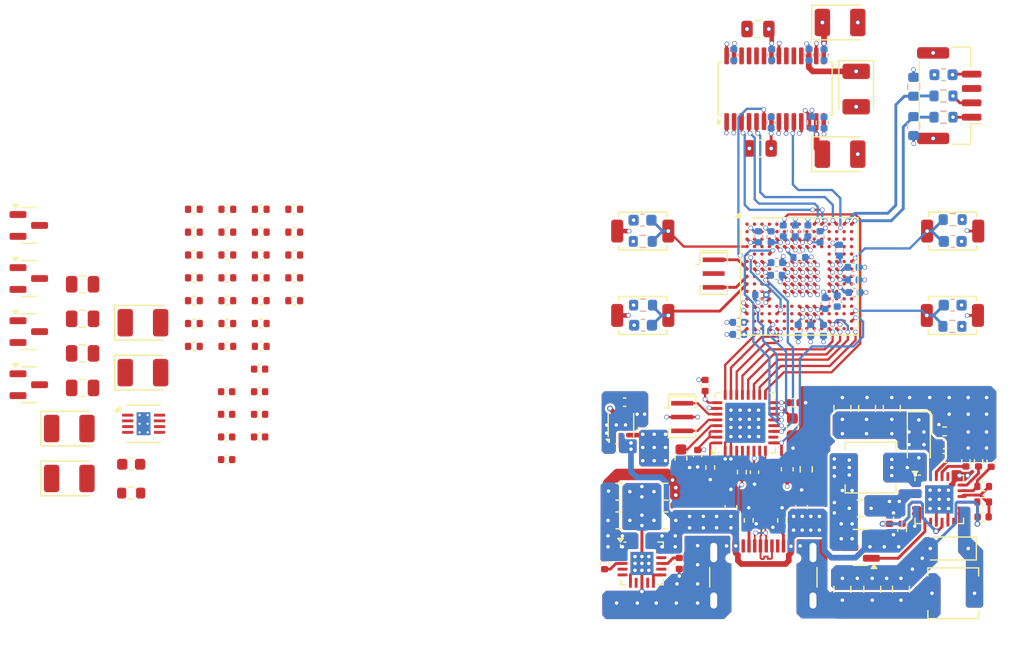
<source format=kicad_pcb>
(kicad_pcb (version 20241229) (generator "pcbnew") (generator_version "9.0")
  (layers (0 "F.Cu" signal) (4 "In1.Cu" signal) (6 "In2.Cu" signal) (2 "B.Cu" signal) (13 "F.Paste" user) (15 "B.Paste" user) (5 "F.SilkS" user "F.Silkscreen") (7 "B.SilkS" user "B.Silkscreen") (1 "F.Mask" user) (3 "B.Mask" user) (25 "Edge.Cuts" user))
  (net 0 "")
  (net 1 "GND")
  (net 2 "Net-(U3-~{RST})")
  (net 3 "+3.3V")
  (net 4 "/VBUS")
  (net 5 "Net-(U2-SS)")
  (net 6 "Net-(U1-CP+)")
  (net 7 "Net-(U1-CP-)")
  (net 8 "+5V")
  (net 9 "Net-(Q1-D)")
  (net 10 "Net-(U3-FILT+)")
  (net 11 "+15V")
  (net 12 "Net-(U4-ENN)")
  (net 13 "Net-(U4-CP)")
  (net 14 "-15V")
  (net 15 "Net-(U4-CN)")
  (net 16 "Net-(U4-VREF)")
  (net 17 "Net-(U2-FB)")
  (net 18 "Net-(U4-FBN)")
  (net 19 "Net-(U5-VDDA1.8)")
  (net 20 "Net-(D1-A)")
  (net 21 "Net-(D2-K)")
  (net 22 "/D-")
  (net 23 "Net-(J1-CC2)")
  (net 25 "Net-(J1-CC1)")
  (net 26 "/D+")
  (net 28 "Net-(Q1-G)")
  (net 29 "Net-(C36-Pad1)")
  (net 30 "Net-(U4-FBP)")
  (net 32 "Net-(C44-Pad1)")
  (net 33 "Net-(C45-Pad1)")
  (net 34 "/D6")
  (net 35 "Net-(C53-Pad1)")
  (net 36 "Net-(C54-Pad1)")
  (net 37 "/D1")
  (net 38 "Net-(U6A--)")
  (net 39 "/D2")
  (net 40 "/D0")
  (net 41 "Net-(U6B--)")
  (net 42 "/D4")
  (net 43 "/D3")
  (net 44 "/DIR")
  (net 45 "/CK")
  (net 46 "/D7")
  (net 47 "/SW1")
  (net 48 "/D5")
  (net 49 "/NXT")
  (net 50 "/STP")
  (net 55 "Net-(U6A-+)")
  (net 56 "Net-(C62-Pad2)")
  (net 57 "Net-(C63-Pad2)")
  (net 58 "Net-(U6B-+)")
  (net 59 "Net-(C69-Pad2)")
  (net 60 "Net-(C70-Pad2)")
  (net 61 "/SW2")
  (net 62 "Net-(C80-Pad1)")
  (net 63 "Net-(C81-Pad1)")
  (net 64 "Net-(U5-VBUS)")
  (net 65 "Net-(U5-RBIAS)")
  (net 66 "Net-(U7-BOOT0)")
  (net 70 "Net-(U5-XI)")
  (net 73 "Net-(U5-XO)")
  (net 78 "/SW3")
  (net 81 "Net-(C48-Pad1)")
  (net 91 "Net-(U7-PH1)")
  (net 95 "Net-(C49-Pad1)")
  (net 115 "Net-(U7-PH0)")
  (net 116 "Net-(J2-Pin_4)")
  (net 133 "+3V3")
  (net 134 "Net-(J2-Pin_2)")
  (net 135 "Net-(J2-Pin_1)")
  (net 138 "/DIO")
  (net 139 "/CLK")
  (net 184 "/RS3")
  (net 193 "Net-(C73-Pad1)")
  (net 195 "Net-(C75-Pad2)")
  (net 196 "Net-(C75-Pad1)")
  (net 199 "Net-(Q2-C)")
  (net 200 "Net-(Q2-B)")
  (net 201 "Net-(Q3-C)")
  (net 202 "Net-(Q3-B)")
  (net 203 "Net-(Q4-B)")
  (net 204 "/LOUT")
  (net 205 "/ROUT")
  (net 206 "Net-(Q5-B)")
  (net 207 "/ROUT+")
  (net 208 "/ROUT-")
  (net 209 "/LOUT+")
  (net 210 "/LOUT-")
  (net 211 "/LMUTE")
  (net 212 "/RMUTE")
  (net 215 "/LRCK")
  (net 216 "/SCLK")
  (net 217 "/SDATA")
  (net 218 "/MCLK")
  (net 219 "/RS")
  (net 220 "/USB_RS")
  (net 224 "/DEM")
  (footprint "Capacitor_SMD:C_0805_2012Metric" (layer "F.Cu") (at 132.215 134.0025)
    (property "Reference" "C75" (hide yes))
    (property "Value" "22u")
  )
  (footprint "Capacitor_SMD:C_0402_1005Metric" (layer "F.Cu") (at 186.4 136.8 90)
    (property "Reference" "C29" (hide yes))
    (property "Value" "100n")
  )
  (footprint "Capacitor_SMD:C_0402_1005Metric" (layer "F.Cu") (at 144.755 141.2825)
    (property "Reference" "C79" (hide yes))
    (property "Value" "100n")
  )
  (footprint "Resistor_SMD:R_0402_1005Metric" (layer "F.Cu") (at 144.815 123.4425)
    (property "Reference" "R25" (hide yes))
    (property "Value" "1.6k")
  )
  (footprint "Capacitor_SMD:C_0603_1608Metric" (layer "F.Cu") (at 184.3 143.15 -90)
    (property "Reference" "C34" (hide yes))
    (property "Value" "4.7u")
  )
  (footprint "Capacitor_SMD:C_0402_1005Metric" (layer "F.Cu") (at 144.755 137.3425)
    (property "Reference" "C48" (hide yes))
    (property "Value" "18n")
  )
  (footprint "Package_SON:WSON-8-1EP_3x3mm_P0.5mm_EP1.2x2mm_ThermalVias" (layer "F.Cu") (at 137.53 140.1325)
    (property "Reference" "U6" (hide yes))
    (property "Value" "OPA1612AxD")
  )
  (footprint "Capacitor_SMD:C_0402_1005Metric" (layer "F.Cu") (at 147.625 139.3125)
    (property "Reference" "C49" (hide yes))
    (property "Value" "18n")
  )
  (footprint "Resistor_SMD:R_0402_1005Metric" (layer "F.Cu") (at 144.815 131.4025)
    (property "Reference" "R32" (hide yes))
    (property "Value" "270")
  )
  (footprint "Crystal:Resonator_SMD_Murata_CSTxExxV-3Pin_3.0x1.1mm" (layer "F.Cu") (at 187.15 127.05 -90)
    (property "Reference" "Y2" (hide yes))
    (property "Value" "CSTCE24M")
  )
  (footprint "Package_DFN_QFN:QFN-32-1EP_5x5mm_P0.5mm_EP3.45x3.45mm" (layer "F.Cu") (at 189.9 140.05 90)
    (property "Reference" "U5" (hide yes))
    (property "Value" "USB3300-EZK")
  )
  (footprint "Resistor_SMD:R_0402_1005Metric" (layer "F.Cu") (at 141.905 129.4125)
    (property "Reference" "R27" (hide yes))
    (property "Value" "270")
  )
  (footprint "Resistor_SMD:R_0402_1005Metric" (layer "F.Cu") (at 150.635 123.4425)
    (property "Reference" "R10" (hide yes))
    (property "Value" "2k")
  )
  (footprint "Resistor_SMD:R_0402_1005Metric" (layer "F.Cu") (at 141.905 133.3925)
    (property "Reference" "R40" (hide yes))
    (property "Value" "100k")
  )
  (footprint "Capacitor_SMD:C_0402_1005Metric" (layer "F.Cu") (at 177.65 152.32 -90)
    (property "Reference" "C11" (hide yes))
    (property "Value" "10n")
  )
  (footprint "Resistor_SMD:R_0402_1005Metric" (layer "F.Cu") (at 150.635 125.4325)
    (property "Reference" "R12" (hide yes))
    (property "Value" "10K")
  )
  (footprint "Resistor_SMD:R_0402_1005Metric" (layer "F.Cu") (at 147.725 127.4225)
    (property "Reference" "R7" (hide yes))
    (property "Value" "5.1k")
  )
  (footprint "Resistor_SMD:R_0402_1005Metric" (layer "F.Cu") (at 189.6 144.35 90)
    (property "Reference" "R5" (hide yes))
    (property "Value" "510")
  )
  (footprint "Resistor_SMD:R_0402_1005Metric" (layer "F.Cu") (at 210.6 146.95 180)
    (property "Reference" "R18" (hide yes))
    (property "Value" "1.3M")
  )
  (footprint "Resistor_SMD:R_0402_1005Metric" (layer "F.Cu") (at 144.815 129.4125)
    (property "Reference" "R31" (hide yes))
    (property "Value" "680")
  )
  (footprint "Package_SO:TSSOP-28_4.4x9.7mm_P0.65mm" (layer "F.Cu") (at 192.5 110.95 90)
    (property "Reference" "U3" (hide yes))
    (property "Value" "CS4398")
  )
  (footprint "Capacitor_SMD:C_0402_1005Metric" (layer "F.Cu") (at 184.15 152.3 -90)
    (property "Reference" "C5" (hide yes))
    (property "Value" "10n")
  )
  (footprint "Capacitor_SMD:C_0402_1005Metric" (layer "F.Cu") (at 147.625 137.3425)
    (property "Reference" "C45" (hide yes))
    (property "Value" "6800p")
  )
  (footprint "Capacitor_SMD:C_0603_1608Metric" (layer "F.Cu") (at 136.445 143.6625)
    (property "Reference" "C62" (hide yes))
    (property "Value" "100n")
  )
  (footprint "Capacitor_Tantalum_SMD:CP_EIA-3528-15_AVX-H" (layer "F.Cu") (at 199.55 110.98 -90)
    (property "Reference" "C23" (hide yes))
    (property "Value" "33u")
  )
  (footprint "Capacitor_SMD:C_0805_2012Metric" (layer "F.Cu") (at 178.9 146.05)
    (property "Reference" "C15" (hide yes))
    (property "Value" "10u")
  )
  (footprint "Capacitor_SMD:C_0805_2012Metric" (layer "F.Cu") (at 198.35 138.8 90)
    (property "Reference" "C50" (hide yes))
    (property "Value" "4.7u")
  )
  (footprint "Capacitor_SMD:C_0402_1005Metric" (layer "F.Cu") (at 144.755 139.3125)
    (property "Reference" "C68" (hide yes))
    (property "Value" "100n")
  )
  (footprint "Resistor_SMD:R_0402_1005Metric" (layer "F.Cu") (at 150.635 121.4525)
    (property "Reference" "R8" (hide yes))
    (property "Value" "5.1k")
  )
  (footprint "Resistor_SMD:R_0402_1005Metric" (layer "F.Cu") (at 193.1 148.55 90)
    (property "Reference" "R3" (hide yes))
    (property "Value" "5.1k")
  )
  (footprint "Package_TO_SOT_SMD:SOT-23" (layer "F.Cu") (at 127.535 132.1075)
    (property "Reference" "Q4" (hide yes))
    (property "Value" "S9013")
  )
  (footprint "Package_TO_SOT_SMD:SOT-23" (layer "F.Cu") (at 127.535 127.4825)
    (property "Reference" "Q3" (hide yes))
    (property "Value" "S9012")
  )
  (footprint "Resistor_SMD:R_0402_1005Metric" (layer "F.Cu") (at 144.815 125.4325)
    (property "Reference" "R26" (hide yes))
    (property "Value" "620")
  )
  (footprint "Resistor_SMD:R_0402_1005Metric" (layer "F.Cu") (at 147.725 129.4125)
    (property "Reference" "R13" (hide yes))
    (property "Value" "10K")
  )
  (footprint "Capacitor_SMD:C_0402_1005Metric" (layer "F.Cu") (at 202.45 148.37 90)
    (property "Reference" "C28" (hide yes))
    (property "Value" "100n")
  )
  (footprint "Connector_JST:JST_GH_BM04B-GHS-TBT_1x04-1MP_P1.25mm_Vertical" (layer "F.Cu") (at 207.65 111.555 90)
    (property "Reference" "J2" (hide yes))
    (property "Value" "GH1.25-4P")
  )
  (footprint "Resistor_SMD:R_0402_1005Metric" (layer "F.Cu") (at 190.2 148.55 90)
    (property "Reference" "R2" (hide yes))
    (property "Value" "5.1k")
  )
  (footprint "Package_TO_SOT_SMD:SOT-23" (layer "F.Cu") (at 199.9375 150.9 180)
    (property "Reference" "Q1" (hide yes))
    (property "Value" "Si2323DS")
  )
  (footprint "Resistor_SMD:R_0402_1005Metric" (layer "F.Cu") (at 186.85 143.95 90)
    (property "Reference" "R6" (hide yes))
    (property "Value" "12K")
  )
  (footprint "Button_Switch_SMD:SW_SPST_TS-1088-xR025" (layer "F.Cu") (at 207.95 123.35)
    (property "Reference" "SW3" (hide yes))
    (property "Value" "SW_Omron_B3FS")
  )
  (footprint "Capacitor_SMD:C_0805_2012Metric" (layer "F.Cu") (at 182.9 146.05 180)
    (property "Reference" "C14" (hide yes))
    (property "Value" "10u")
  )
  (footprint "Inductor_SMD:L_APV_APH0420" (layer "F.Cu") (at 208 154.9)
    (property "Reference" "L2" (hide yes))
    (property "Value" "4.7u")
  )
  (footprint "Package_BGA:UFBGA-201_10x10mm_Layout15x15_P0.65mm" (layer "F.Cu") (at 194.6 127.3)
    (property "Reference" "U7" (hide yes))
    (property "Value" "STM32H750IBKx")
  )
  (footprint "Package_DFN_QFN:VQFN-24-1EP_4x4mm_P0.5mm_EP2.45x2.45mm_ThermalVias" (layer "F.Cu") (at 206.78 146.72)
    (property "Reference" "U4" (hide yes))
    (property "Value" "TPS65131RGE")
  )
  (footprint "Resistor_SMD:R_0402_1005Metric" (layer "F.Cu") (at 144.815 133.3925)
    (property "Reference" "R36" (hide yes))
    (property "Value" "1.2k")
  )
  (footprint "Resistor_SMD:R_0402_1005Metric" (layer "F.Cu") (at 147.725 125.4325)
    (property "Reference" "R9" (hide yes))
    (property "Value" "2k")
  )
  (footprint "Connector_USB:USB_C_Receptacle_GCT_USB4105-xx-A_16P_TopMnt_Horizontal" (layer "F.Cu") (at 191.47 154.455)
    (property "Reference" "J1" (hide yes))
    (property "Value" "USB_C_Receptacle_USB2.0_16P")
  )
  (footprint "Resistor_SMD:R_0402_1005Metric" (layer "F.Cu") (at 150.635 129.4125)
    (property "Reference" "R16" (hide yes))
    (property "Value" "1.5K")
  )
  (footprint "Capacitor_SMD:C_0402_1005Metric" (layer "F.Cu") (at 147.625 141.2825)
    (property "Reference" "C58" (hide yes))
    (property "Value" "4700p")
  )
  (footprint "Resistor_SMD:R_0402_1005Metric" (layer "F.Cu") (at 141.905 127.4225)
    (property "Reference" "R24" (hide yes))
    (property "Value" "620")
  )
  (footprint "Capacitor_SMD:C_0805_2012Metric" (layer "F.Cu") (at 200.95 154.55 -90)
    (property "Reference" "C43" (hide yes))
    (property "Value" "4.7u")
  )
  (footprint "Capacitor_SMD:C_0805_2012Metric" (layer "F.Cu") (at 191.2 116.15 180)
    (property "Reference" "C1" (hide yes))
    (property "Value" "10u")
  )
  (footprint "Inductor_SMD:L_APV_APH0420" (layer "F.Cu") (at 200.8 143.95)
    (property "Reference" "L1" (hide yes))
    (property "Value" "4.7u")
  )
  (footprint "Resistor_SMD:R_0402_1005Metric" (layer "F.Cu") (at 141.905 123.4425)
    (property "Reference" "R29" (hide yes))
    (property "Value" "680")
  )
  (footprint "Button_Switch_SMD:SW_SPST_TS-1088-xR025" (layer "F.Cu") (at 180.975 130.7 180)
    (property "Reference" "SW1" (hide yes))
    (property "Value" "SW_Omron_B3FS")
  )
  (footprint "Capacitor_Tantalum_SMD:CP_EIA-3528-15_AVX-H" (layer "F.Cu") (at 198.15 105.18)
    (property "Reference" "C19" (hide yes))
    (property "Value" "100u")
  )
  (footprint "Capacitor_SMD:C_0402_1005Metric" (layer "F.Cu") (at 209.1 143.37 90)
    (property "Reference" "C30" (hide yes))
    (property "Value" "10n")
  )
  (footprint "Capacitor_SMD:C_0603_1608Metric" (layer "F.Cu") (at 194.8 147.4 90)
    (property "Reference" "C13" (hide yes))
    (property "Value" "4.7u")
  )
  (footprint "Diode_SMD:D_SOD-123" (layer "F.Cu") (at 207.65 151 180)
    (property "Reference" "D2" (hide yes))
    (property "Value" "b5819w")
  )
  (footprint "Capacitor_SMD:C_0805_2012Metric" (layer "F.Cu") (at 182.9 148.55 180)
    (property "Reference" "C2" (hide yes))
    (property "Value" "10u")
  )
  (footprint "Resistor_SMD:R_0402_1005Metric" (layer "F.Cu") (at 203.55 149.35 -90)
    (property "Reference" "R4" (hide yes))
    (property "Value" "100")
  )
  (footprint "Capacitor_Tantalum_SMD:CP_EIA-3528-15_AVX-H" (layer "F.Cu") (at 131.06 144.9)
    (property "Reference" "C54" (hide yes))
    (property "Value" "100u")
  )
  (footprint "Capacitor_SMD:C_0402_1005Metric" (layer "F.Cu") (at 178.723744 142.25 180)
    (property "Reference" "C3" (hide yes))
    (property "Value" "2.2u")
  )
  (footprint "Resistor_SMD:R_0402_1005Metric" (layer "F.Cu") (at 141.905 131.4025)
    (property "Reference" "R35" (hide yes))
    (property "Value" "1.2k")
  )
  (footprint "Resistor_SMD:R_0402_1005Metric" (layer "F.Cu") (at 147.725 121.4525)
    (property "Reference" "R41" (hide yes))
    (property "Value" "100k")
  )
  (footprint "Capacitor_SMD:C_0603_1608Metric" (layer "F.Cu") (at 193.55 144.1 90)
    (property "Reference" "C35" (hide yes))
    (property "Value" "100n")
  )
  (footprint "Resistor_SMD:R_0402_1005Metric" (layer "F.Cu") (at 210.6 145.6)
    (property "Reference" "R17" (hide yes))
    (property "Value" "104.8K")
  )
  (footprint "Capacitor_SMD:C_0603_1608Metric" (layer "F.Cu") (at 194 140.45 -90)
    (property "Reference" "C36" (hide yes))
    (property "Value" "4.7u")
  )
  (footprint "Button_Switch_SMD:SW_SPST_TS-1088-xR025" (layer "F.Cu") (at 207.925 130.7)
    (property "Reference" "SW2" (hide yes))
    (property "Value" "SW_Omron_B3FS")
  )
  (footprint "Capacitor_SMD:C_0805_2012Metric" (layer "F.Cu") (at 200.5 138.8 90)
    (property "Reference" "C42" (hide yes))
    (property "Value" "4.7u")
  )
  (footprint "Capacitor_SMD:C_0805_2012Metric" (layer "F.Cu") (at 199.9 147.5)
    (property "Reference" "C26" (hide yes))
    (property "Value" "4.7u")
  )
  (footprint "Resistor_SMD:R_0402_1005Metric" (layer "F.Cu") (at 207.25 143.1)
    (property "Reference" "R19" (hide yes))
    (property "Value" "975K")
  )
  (footprint "Capacitor_SMD:C_0805_2012Metric" (layer "F.Cu") (at 191 105.75 180)
    (property "Reference" "C20" (hide yes))
    (property "Value" "10u")
  )
  (footprint "Package_SON:WSON-6-1EP_2x2mm_P0.65mm_EP1x1.6mm_ThermalVias" (layer "F.Cu") (at 179.073744 140.2375 90)
    (property "Reference" "U1" (hide yes))
    (property "Value" "TPS60151DRV")
  )
  (footprint "Capacitor_SMD:C_0402_1005Metric" (layer "F.Cu") (at 179.393744 138.25 180)
    (property "Reference" "C10" (hide yes))
    (property "Value" "1u")
  )
  (footprint "Resistor_SMD:R_0402_1005Metric" (layer "F.Cu") (at 144.815 121.4525)
    (property "Reference" "R42" (hide yes))
    (property "Value" "560")
  )
  (footprint "Crystal:Resonator_SMD_Murata_CSTxExxV-3Pin_3.0x1.1mm" (layer "F.Cu") (at 184.4 139.55 -90)
    (property "Reference" "Y1" (hide yes))
    (property "Value" "CSTCE24M")
  )
  (footprint "Capacitor_SMD:C_0402_1005Metric" (layer "F.Cu") (at 210.2 143.37 90)
    (property "Reference" "C31" (hide yes))
    (property "Value" "4.7n")
  )
  (footprint "Capacitor_SMD:C_0402_1005Metric" (layer "F.Cu") (at 210.6 148.25 180)
    (property "Reference" "C33" (hide yes))
    (property "Value" "7.5p")
  )
  (footprint "Resistor_SMD:R_0603_1608Metric" (layer "F.Cu") (at 136.445 146.1725)
    (property "Reference" "R13" (hide yes))
    (property "Value" "10k")
  )
  (footprint "Capacitor_SMD:C_0805_2012Metric" (layer "F.Cu") (at 203.45 154.55 -90)
    (property "Reference" "C38" (hide yes))
    (property "Value" "4.7u")
  )
  (footprint "Button_Switch_SMD:SW_SPST_TS-1088-xR025" (layer "F.Cu") (at 180.975 123.35 180)
    (property "Reference" "SW4" (hide yes))
    (property "Value" "SW_Omron_B3FS")
  )
  (footprint "Capacitor_SMD:C_0402_1005Metric" (layer "F.Cu") (at 207.25 141.95)
    (property "Reference" "C37" (hide yes))
    (property "Value" "6.8p")
  )
  (footprint "Capacitor_Tantalum_SMD:CP_EIA-3528-15_AVX-H" (layer "F.Cu") (at 137.47 135.6825)
    (property "Reference" "C69" (hide yes))
    (property "Value" "22u")
  )
  (footprint "Capacitor_SMD:C_0805_2012Metric" (layer "F.Cu") (at 132.215 130.9925)
    (property "Reference" "C73" (hide yes))
    (property "Value" "100u")
  )
  (footprint "Capacitor_SMD:C_0402_1005Metric" (layer "F.Cu") (at 190.7 144.35 -90)
    (property "Reference" "C25" (hide yes))
    (property "Value" "100n")
  )
  (footprint "Capacitor_SMD:C_0805_2012Metric" (layer "F.Cu") (at 132.215 127.9825)
    (property "Reference" "C62" (hide yes))
    (property "Value" "1800p")
  )
  (footprint "Package_TO_SOT_SMD:SOT-23" (layer "F.Cu") (at 127.535 122.8575)
    (property "Reference" "Q2" (hide yes))
    (property "Value" "S9012")
  )
  (footprint "Capacitor_SMD:C_0402_1005Metric" (layer "F.Cu") (at 147.625 135.3725)
    (property "Reference" "C57" (hide yes))
    (property "Value" "4700p")
  )
  (footprint "Package_DFN_QFN:QFN-20-1EP_3.5x3.5mm_P0.5mm_EP2x2mm_ThermalVias" (layer "F.Cu") (at 180.9 152.3)
    (property "Reference" "U2" (hide yes))
    (property "Value" "TPS7A8300")
  )
  (footprint "Resistor_SMD:R_0402_1005Metric" (layer "F.Cu") (at 147.725 131.4025)
    (property "Reference" "R15" (hide yes))
    (property "Value" "1.5K")
  )
  (footprint "Capacitor_Tantalum_SMD:CP_EIA-3528-15_AVX-H" (layer "F.Cu") (at 198.15 116.65)
    (property "Reference" "C4" (hide yes))
    (property "Value" "33u")
  )
  (footprint "Capacitor_SMD:C_0402_1005Metric" (layer "F.Cu") (at 144.755 143.2525)
    (property "Reference" "C44" (hide yes))
    (property "Value" "6800p")
  )
  (footprint "Capacitor_SMD:C_0402_1005Metric" (layer "F.Cu") (at 211.3 143.4 90)
    (property "Reference" "C32" (hide yes))
    (property "Value" "220n")
  )
  (footprint "Capacitor_SMD:C_0603_1608Metric" (layer "F.Cu") (at 188.65 147.4 90)
    (property "Reference" "C9" (hide yes))
    (property "Value" "4.7u")
  )
  (footprint "Resistor_SMD:R_0402_1005Metric" (layer "F.Cu") (at 141.905 121.4525)
    (property "Reference" "R23" (hide yes))
    (property "Value" "1.6k")
  )
  (footprint "Resistor_SMD:R_0402_1005Metric" (layer "F.Cu") (at 147.725 123.4425)
    (property "Reference" "R43" (hide yes))
    (property "Value" "560")
  )
  (footprint "Resistor_SMD:R_0402_1005Metric" (layer "F.Cu") (at 144.815 127.4225)
    (property "Reference" "R28" (hide yes))
    (property "Value" "270")
  )
  (footprint "Capacitor_Tantalum_SMD:CP_EIA-3528-15_AVX-H" (layer "F.Cu") (at 131.06 140.55)
    (property "Reference" "C70" (hide yes))
    (property "Value" "22u")
  )
  (footprint "Package_TO_SOT_SMD:SOT-23" (layer "F.Cu") (at 127.535 136.7325)
    (property "Reference" "Q5" (hide yes))
    (property "Value" "S9013")
  )
  (footprint "Capacitor_Tantalum_SMD:CP_EIA-3528-15_AVX-H" (layer "F.Cu") (at 137.47 131.3325)
    (property "Reference" "C53" (hide yes))
    (property "Value" "100u")
  )
  (footprint "Capacitor_SMD:C_0402_1005Metric" (layer "F.Cu") (at 180.973744 140.55 90)
    (property "Reference" "C12" (hide yes))
    (property "Value" "2.2u")
  )
  (footprint "Resistor_SMD:R_0402_1005Metric" (layer "F.Cu") (at 150.635 127.4225)
    (property "Reference" "R14" (hide yes))
    (property "Value" "10K")
  )
  (footprint "Capacitor_SMD:C_0805_2012Metric" (layer "F.Cu") (at 132.215 137.0125)
    (property "Reference" "C63" (hide yes))
    (property "Value" "1800p")
  )
  (footprint "Capacitor_SMD:C_0402_1005Metric" (layer "F.Cu") (at 194.15 138.3)
    (property "Reference" "C27" (hide yes))
    (property "Value" "100n")
  )
  (footprint "Resistor_SMD:R_0402_1005Metric" (layer "F.Cu") (at 141.905 125.4325)
    (property "Reference" "R30" (hide yes))
    (property "Value" "270")
  )
  (footprint "Capacitor_SMD:C_0805_2012Metric" (layer "F.Cu") (at 202.65 138.8 90)
    (property "Reference" "C39" (hide yes))
    (property "Value" "4.7u")
  )
  (footprint "Capacitor_SMD:C_0805_2012Metric" (layer "F.Cu") (at 198.35 154.55 -90)
    (property "Reference" "C40" (hide yes))
    (property "Value" "4.7u")
  )
  (footprint "Capacitor_SMD:C_0402_1005Metric" (layer "F.Cu") (at 185.75 142.9 -90)
    (property "Reference" "C24" (hide yes))
    (property "Value" "100n")
  )
  (footprint "Diode_SMD:D_SOD-123" (layer "F.Cu") (at 205 141.45 -90)
    (property "Reference" "D1" (hide yes))
    (property "Value" "b5819w")
  )
  (footprint "Resistor_SMD:R_0402_1005Metric" (layer "F.Cu") (at 207.25 140.8 180)
    (property "Reference" "R21" (hide yes))
    (property "Value" "85.8K")
  )
  (footprint "Resistor_SMD:R_0402_1005Metric" (layer "F.Cu") (at 147.725 133.3925)
    (property "Reference" "R11" (hide yes))
    (property "Value" "10K")
  )
  (footprint "Resistor_SMD:R_0603_1608Metric" (layer "F.Cu") (at 195.2 144.1 -90)
    (property "Reference" "R20" (hide yes))
    (property "Value" "10k")
  )
  (footprint "Capacitor_SMD:C_0805_2012Metric" (layer "F.Cu") (at 178.9 148.55)
    (property "Reference" "C17" (hide yes))
    (property "Value" "10u")
  )
  (footprint "Capacitor_SMD:C_0402_1005Metric" (layer "B.Cu") (at 191.25 128.9 180)
    (property "Reference" "C65" (hide yes))
    (property "Value" "100n")
  )
  (footprint "Resistor_SMD:R_0603_1608Metric" (layer "B.Cu") (at 207.15 111.58 180)
    (property "Reference" "R34" (hide yes))
    (property "Value" "100")
  )
  (footprint "Resistor_SMD:R_0603_1608Metric" (layer "B.Cu") (at 207.925 131.65)
    (property "Reference" "R37" (hide yes))
    (property "Value" "10k")
  )
  (footprint "Capacitor_SMD:C_0402_1005Metric" (layer "B.Cu") (at 196.7 132 -90)
    (property "Reference" "C67" (hide yes))
    (property "Value" "100n")
  )
  (footprint "Resistor_SMD:R_0603_1608Metric" (layer "B.Cu") (at 207.95 122.35)
    (property "Reference" "R44" (hide yes))
    (property "Value" "10k")
  )
  (footprint "Capacitor_SMD:C_0402_1005Metric" (layer "B.Cu") (at 192.6 127.2)
    (property "Reference" "C55" (hide yes))
    (property "Value" "100n")
  )
  (footprint "Capacitor_SMD:C_0402_1005Metric" (layer "B.Cu") (at 196.4 123.85 90)
    (property "Reference" "C51" (hide yes))
    (property "Value" "100n")
  )
  (footprint "Resistor_SMD:R_0603_1608Metric" (layer "B.Cu") (at 181 129.8 180)
    (property "Reference" "R22" (hide yes))
    (property "Value" "10k")
  )
  (footprint "Capacitor_SMD:C_0402_1005Metric" (layer "B.Cu") (at 197.9 129.45 -90)
    (property "Reference" "C78" (hide yes))
    (property "Value" "100n")
  )
  (footprint "Capacitor_SMD:C_0402_1005Metric" (layer "B.Cu") (at 196.85 129.65 90)
    (property "Reference" "C81" (hide yes))
    (property "Value" "2.2u")
  )
  (footprint "Capacitor_SMD:C_0402_1005Metric" (layer "B.Cu") (at 191.05 123.85 90)
    (property "Reference" "C77" (hide yes))
    (property "Value" "100n")
  )
  (footprint "Capacitor_SMD:C_0402_1005Metric" (layer "B.Cu") (at 196.75 108 -90)
    (property "Reference" "C21" (hide yes))
    (property "Value" "100n")
  )
  (footprint "Resistor_SMD:R_0402_1005Metric" (layer "B.Cu") (at 195.7 113.9 90)
    (property "Reference" "R1" (hide yes))
    (property "Value" "10K")
  )
  (footprint "Capacitor_SMD:C_0402_1005Metric" (layer "B.Cu") (at 193.2 123.33 90)
    (property "Reference" "C66" (hide yes))
    (property "Value" "100n")
  )
  (footprint "Capacitor_SMD:C_0603_1608Metric" (layer "B.Cu") (at 180.95 122.4)
    (property "Reference" "C76" (hide yes))
    (property "Value" "100n")
  )
  (footprint "Capacitor_SMD:C_0402_1005Metric" (layer "B.Cu") (at 199.3 126.5)
    (property "Reference" "C56" (hide yes))
    (property "Value" "100n")
  )
  (footprint "Capacitor_SMD:C_0402_1005Metric" (layer "B.Cu") (at 199.4 128.7)
    (property "Reference" "C60" (hide yes))
    (property "Value" "100n")
  )
  (footprint "Resistor_SMD:R_0603_1608Metric" (layer "B.Cu") (at 204.55 114.205 90)
    (property "Reference" "R38" (hide yes))
    (property "Value" "4.7K")
  )
  (footprint "Capacitor_SMD:C_0402_1005Metric" (layer "B.Cu") (at 194.25 123.33 90)
    (property "Reference" "C46" (hide yes))
    (property "Value" "100n")
  )
  (footprint "Capacitor_SMD:C_0603_1608Metric" (layer "B.Cu") (at 181 131.55)
    (property "Reference" "C41" (hide yes))
    (property "Value" "100n")
  )
  (footprint "Capacitor_SMD:C_0402_1005Metric" (layer "B.Cu") (at 196.75 113.9 90)
    (property "Reference" "C7" (hide yes))
    (property "Value" "100n")
  )
  (footprint "Capacitor_SMD:C_0402_1005Metric" (layer "B.Cu") (at 195.35 123.33 90)
    (property "Reference" "C64" (hide yes))
    (property "Value" "100n")
  )
  (footprint "Capacitor_SMD:C_0402_1005Metric" (layer "B.Cu") (at 189.3 132.35 180)
    (property "Reference" "C72" (hide yes))
    (property "Value" "100n")
  )
  (footprint "Capacitor_SMD:C_0402_1005Metric" (layer "B.Cu") (at 194.5 132 -90)
    (property "Reference" "C73" (hide yes))
    (property "Value" "100n")
  )
  (footprint "Capacitor_SMD:C_0402_1005Metric" (layer "B.Cu") (at 198.1 125.02 90)
    (property "Reference" "C80" (hide yes))
    (property "Value" "2.2u")
  )
  (footprint "Capacitor_SMD:C_0603_1608Metric" (layer "B.Cu") (at 207.95 129.8 180)
    (property "Reference" "C61" (hide yes))
    (property "Value" "100n")
  )
  (footprint "Capacitor_SMD:C_0402_1005Metric" (layer "B.Cu") (at 192.64 126.1)
    (property "Reference" "C52" (hide yes))
    (property "Value" "100n")
  )
  (footprint "Resistor_SMD:R_0603_1608Metric" (layer "B.Cu") (at 204.55 110.78 -90)
    (property "Reference" "R39" (hide yes))
    (property "Value" "4.7K")
  )
  (footprint "Capacitor_SMD:C_0402_1005Metric" (layer "B.Cu") (at 189.3 131.3 180)
    (property "Reference" "C71" (hide yes))
    (property "Value" "100n")
  )
  (footprint "Capacitor_SMD:C_0402_1005Metric" (layer "B.Cu") (at 195.6 132 -90)
    (property "Reference" "C74" (hide yes))
    (property "Value" "100n")
  )
  (footprint "Resistor_SMD:R_0603_1608Metric" (layer "B.Cu") (at 207.15 113.43 180)
    (property "Reference" "R33" (hide yes))
    (property "Value" "100")
  )
  (footprint "Capacitor_SMD:C_0402_1005Metric" (layer "B.Cu") (at 192.2 108 -90)
    (property "Reference" "C18" (hide yes))
    (property "Value" "100n")
  )
  (footprint "Capacitor_SMD:C_0402_1005Metric" (layer "B.Cu") (at 192.15 113.9 90)
    (property "Reference" "C8" (hide yes))
    (property "Value" "100n")
  )
  (footprint "Capacitor_SMD:C_0402_1005Metric" (layer "B.Cu") (at 195.45 108 -90)
    (property "Reference" "C16" (hide yes))
    (property "Value" "100n")
  )
  (footprint "Capacitor_SMD:C_0603_1608Metric" (layer "B.Cu") (at 207.95 124.25 180)
    (property "Reference" "C75" (hide yes))
    (property "Value" "100n")
  )
  (footprint "Capacitor_SMD:C_0402_1005Metric" (layer "B.Cu") (at 192.15 123.85 90)
    (property "Reference" "C47" (hide yes))
    (property "Value" "100n")
  )
  (footprint "Capacitor_SMD:C_0402_1005Metric" (layer "B.Cu") (at 199.3 127.6)
    (property "Reference" "C59" (hide yes))
    (property "Value" "100n")
  )
  (footprint "Capacitor_SMD:C_0402_1005Metric" (layer "B.Cu") (at 188.9 108 -90)
    (property "Reference" "C6" (hide yes))
    (property "Value" "100n")
  )
  (footprint "Fuse:Fuse_0603_1608Metric" (layer "B.Cu") (at 207.15 109.73 180)
    (property "Reference" "F1" (hide yes))
    (property "Value" "1A")
  )
  (footprint "Resistor_SMD:R_0603_1608Metric" (layer "B.Cu") (at 180.975 124.25 180)
    (property "Reference" "R45" (hide yes))
    (property "Value" "10k")
  )
  (footprint "Capacitor_SMD:C_0805_2012Metric" (layer "B.Cu") (at 202.8 148.85 90)
    (property "Reference" "C22" (hide yes))
    (property "Value" "4.7u")
  )
  (footprint "Resistor_SMD:R_0402_1005Metric" (layer "B.Cu") (at 194.6 125.65 180)
    (property "Reference" "R46" (hide yes))
    (property "Value" "10k")
  )
  (segment (start 188.925 113.8125) (end 188.925 114.775) (width 0.25) (layer "F.Cu") (net 1))
  (segment (start 206.74 140.8) (end 206.74 140.21) (width 0.25) (layer "F.Cu") (net 1))
  (segment (start 188.15 142.4875) (end 188.15 141.75) (width 0.2) (layer "F.Cu") (net 1))
  (segment (start 179.9 153.9875) (end 179.9 153.3) (width 0.25) (layer "F.Cu") (net 1))
  (segment (start 193.95 124.7) (end 194.25 125) (width 0.25) (layer "F.Cu") (net 1))
  (segment (start 194.875 127.575) (end 194.925 127.575) (width 0.25) (layer "F.Cu") (net 1))
  (segment (start 190.05 130.55) (end 189.75 130.25) (width 0.25) (layer "F.Cu") (net 1))
  (segment (start 194 141.7) (end 194 141.225) (width 0.2) (layer "F.Cu") (net 1))
  (segment (start 195.25 128.6) (end 195.55 128.9) (width 0.25) (layer "F.Cu") (net 1))
  (segment (start 192.825 114.825) (end 192.8 114.85) (width 0.25) (layer "F.Cu") (net 1))
  (segment (start 194.775 113.8125) (end 194.775 114.655) (width 0.25) (layer "F.Cu") (net 1))
  (segment (start 193.475 113.8125) (end 193.475 114.825) (width 0.25) (layer "F.Cu") (net 1))
  (segment (start 184.4 139.55) (end 185.1 139.55) (width 0.2) (layer "F.Cu") (net 1))
  (segment (start 194.051 141.751) (end 194 141.7) (width 0.2) (layer "F.Cu") (net 1))
  (segment (start 188.275 114.775) (end 188.25 114.8) (width 0.25) (layer "F.Cu") (net 1))
  (segment (start 196.075 108.0875) (end 196.075 107.025) (width 0.25) (layer "F.Cu") (net 1))
  (segment (start 181.9 153.9875) (end 181.9 153.3) (width 0.25) (layer "F.Cu") (net 1))
  (segment (start 207.53 147.57) (end 207.58 147.52) (width 0.25) (layer "F.Cu") (net 1))
  (segment (start 185.75 143.4) (end 185.7 143.45) (width 0.2) (layer "F.Cu") (net 1))
  (segment (start 197.2 126) (end 197.5 126.3) (width 0.25) (layer "F.Cu") (net 1))
  (segment (start 195.275 127.3) (end 195.575 127.6) (width 0.25) (layer "F.Cu") (net 1))
  (segment (start 192.825 113.8125) (end 192.825 114.825) (width 0.25) (layer "F.Cu") (net 1))
  (segment (start 195.9 127.95) (end 196.2 128.25) (width 0.25) (layer "F.Cu") (net 1))
  (segment (start 193.95 127.3) (end 194.25 127.6) (width 0.25) (layer "F.Cu") (net 1))
  (segment (start 190.7 144.83) (end 190.7 145.4) (width 0.2) (layer "F.Cu") (net 1))
  (segment (start 193.3 127.3) (end 193.6 127.6) (width 0.25) (layer "F.Cu") (net 1))
  (segment (start 194.6 127.3) (end 194.65 127.35) (width 0.25) (layer "F.Cu") (net 1))
  (segment (start 178.75 123.35) (end 179.78 123.35) (width 0.4) (layer "F.Cu") (net 1))
  (segment (start 191.6818 129.5682) (end 191.6818 129.5818) (width 0.25) (layer "F.Cu") (net 1))
  (segment (start 195.9 126.65) (end 196.2 126.95) (width 0.25) (layer "F.Cu") (net 1))
  (segment (start 178.423744 141.125) (end 178.423744 142.07) (width 0.4) (layer "F.Cu") (net 1))
  (segment (start 178.423744 140.3375) (end 178.523744 140.2375) (width 0.4) (layer "F.Cu") (net 1))
  (segment (start 209.23 123.35) (end 209.19 123.31) (width 0.25) (layer "F.Cu") (net 1))
  (segment (start 195.25 124.7) (end 195.55 125) (width 0.25) (layer "F.Cu") (net 1))
  (segment (start 188.275 107.075) (end 188.275 108.0875) (width 0.25) (layer "F.Cu") (net 1))
  (segment (start 209.22 130.7) (end 209.21 130.71) (width 0.25) (layer "F.Cu") (net 1))
  (segment (start 196.225 127.575) (end 195.95 127.3) (width 0.25) (layer "F.Cu") (net 1))
  (segment (start 182.5875 153.3) (end 181.9 153.3) (width 0.25) (layer "F.Cu") (net 1))
  (segment (start 193.3 126.65) (end 193.6 126.95) (width 0.2) (layer "F.Cu") (net 1))
  (segment (start 195.25 126) (end 195.55 126.3) (width 0.2) (layer "F.Cu") (net 1))
  (segment (start 178.423744 141.125) (end 178.423744 140.3375) (width 0.4) (layer "F.Cu") (net 1))
  (segment (start 193.3 128.6) (end 193.6 128.9) (width 0.25) (layer "F.Cu") (net 1))
  (segment (start 194.6 128.6) (end 194.9 128.9) (width 0.25) (layer "F.Cu") (net 1))
  (segment (start 209.1 142.89) (end 209.1 142.45) (width 0.25) (layer "F.Cu") (net 1))
  (segment (start 194.8 146.625) (end 194.8 145.9) (width 0.25) (layer "F.Cu") (net 1))
  (segment (start 185.1 139.55) (end 185.15 139.5) (width 0.2) (layer "F.Cu") (net 1))
  (segment (start 188.3 107.05) (end 188.275 107.075) (width 0.25) (layer "F.Cu") (net 1))
  (segment (start 194.63 138.3) (end 195.15 138.3) (width 0.2) (layer "F.Cu") (net 1))
  (segment (start 192.825 108.0875) (end 192.825 107.025) (width 0.25) (layer "F.Cu") (net 1))
  (segment (start 180.9 150.6125) (end 180.9 149) (width 0.25) (layer "F.Cu") (net 1))
  (segment (start 190.2 148.04) (end 190.2 147.45) (width 0.25) (layer "F.Cu") (net 1))
  (segment (start 184.4 139.55) (end 185.75 139.55) (width 0.2) (layer "F.Cu") (net 1))
  (segment (start 180.9 150.6125) (end 180.9 151.7) (width 0.25) (layer "F.Cu") (net 1))
  (segment (start 195.95 127.3) (end 195.9 127.3) (width 0.25) (layer "F.Cu") (net 1))
  (segment (start 194.051 142.251332) (end 194.051 141.751) (width 0.2) (layer "F.Cu") (net 1))
  (segment (start 206.53 147.77) (end 206.78 147.52) (width 0.25) (layer "F.Cu") (net 1))
  (segment (start 180.9 153.9875) (end 180.9 152.9) (width 0.25) (layer "F.Cu") (net 1))
  (segment (start 184.15 152.78) (end 184.15 153.4) (width 0.25) (layer "F.Cu") (net 1))
  (segment (start 209.1 142.45) (end 209.3 142.25) (width 0.25) (layer "F.Cu") (net 1))
  (segment (start 194.6 124.7) (end 194.9 125) (width 0.25) (layer "F.Cu") (net 1))
  (segment (start 193.475 114.825) (end 193.45 114.85) (width 0.25) (layer "F.Cu") (net 1))
  (segment (start 194.6 126) (end 194.9 126.3) (width 0.2) (layer "F.Cu") (net 1))
  (segment (start 208.03 144.7325) (end 208.03 145.47) (width 0.25) (layer "F.Cu") (net 1))
  (segment (start 193.1 148.04) (end 193.1 147.45) (width 0.2) (layer "F.Cu") (net 1))
  (segment (start 194.6 127.95) (end 194.9 128.25) (width 0.25) (layer "F.Cu") (net 1))
  (segment (start 194.775 114.655) (end 194.6 114.83) (width 0.25) (layer "F.Cu") (net 1))
  (segment (start 186.85 144.46) (end 186.85 145) (width 0.2) (layer "F.Cu") (net 1))
  (segment (start 185.025 143.925) (end 185.05 143.95) (width 0.2) (layer "F.Cu") (net 1))
  (segment (start 184.4 139.55) (end 183.05 139.55) (width 0.2) (layer "F.Cu") (net 1))
  (segment (start 206.53 148.7075) (end 206.53 147.77) (width 0.25) (layer "F.Cu") (net 1))
  (segment (start 208.03 145.47) (end 207.58 145.92) (width 0.25) (layer "F.Cu") (net 1))
  (segment (start 192.65 124.7) (end 192.95 125) (width 0.25) (layer "F.Cu") (net 1))
  (segment (start 188.275 113.8125) (end 188.275 114.775) (width 0.25) (layer "F.Cu") (net 1))
  (segment (start 210.15 130.7) (end 209.22 130.7) (width 0.25) (layer "F.Cu") (net 1))
  (segment (start 194.65 127.35) (end 194.875 127.575) (width 0.25) (layer "F.Cu") (net 1))
  (segment (start 178.423744 142.07) (end 178.243744 142.25) (width 0.4) (layer "F.Cu") (net 1))
  (segment (start 180.9 154.75) (end 180.9 153.9875) (width 0.25) (layer "F.Cu") (net 1))
  (segment (start 194.6 126.65) (end 194.9 126.95) (width 0.25) (layer "F.Cu") (net 1))
  (segment (start 185.87 136.32) (end 185.85 136.3) (width 0.2) (layer "F.Cu") (net 1))
  (segment (start 192 129.25) (end 191.6818 129.5682) (width 0.25) (layer "F.Cu") (net 1))
  (segment (start 210.175 123.35) (end 209.23 123.35) (width 0.25) (layer "F.Cu") (net 1))
  (segment (start 193.95 126) (end 194.25 126.3) (width 0.2) (layer "F.Cu") (net 1))
  (segment (start 195.25 129.9) (end 195.266214 129.9) (width 0.25) (layer "F.Cu") (net 1))
  (segment (start 179.791244 140.07) (end 179.623744 140.2375) (width 0.4) (layer "F.Cu") (net 1))
  (segment (start 178.75 130.7) (end 179.72 130.7) (width 0.4) (layer "F.Cu") (net 1))
  (segment (start 193.95 128.6) (end 194.25 128.9) (width 0.25) (layer "F.Cu") (net 1))
  (segment (start 181.9 153.3) (end 181.5 152.9) (width 0.25) (layer "F.Cu") (net 1))
  (segment (start 206.74 140.21) (end 206.75 140.2) (width 0.25) (layer "F.Cu") (net 1))
  (segment (start 193.95 127.95) (end 194.25 128.25) (width 0.25) (layer "F.Cu") (net 1))
  (segment (start 188.925 114.775) (end 188.9 114.8) (width 0.25) (layer "F.Cu") (net 1))
  (segment (start 190.7 126) (end 191 126.3) (width 0.25) (layer "F.Cu") (net 1))
  (segment (start 193.3 127.95) (end 193.6 128.25) (width 0.25) (layer "F.Cu") (net 1))
  (segment (start 189.75 129.6) (end 190.05 129.9) (width 0.25) (layer "F.Cu") (net 1))
  (segment (start 207.53 148.7075) (end 207.53 147.57) (width 0.25) (layer "F.Cu") (net 1))
  (segment (start 193.95 126.65) (end 194.25 126.95) (width 0.2) (layer "F.Cu") (net 1))
  (segment (start 194.6 129.9) (end 194.9 130.2) (width 0.25) (layer "F.Cu") (net 1))
  (segment (start 179.9 153.3) (end 180.3 152.9) (width 0.25) (layer "F.Cu") (net 1))
  (segment (start 195.25 127.3) (end 195.275 127.3) (width 0.25) (layer "F.Cu") (net 1))
  (segment (start 195.25 126.65) (end 195.55 126.95) (width 0.25) (layer "F.Cu") (net 1))
  (segment (start 186.4 136.32) (end 185.87 136.32) (width 0.2) (layer "F.Cu") (net 1))
  (segment (start 190.7 126.65) (end 191 126.95) (width 0.25) (layer "F.Cu") (net 1))
  (segment (start 188.65 146.625) (end 188.65 145.85) (width 0.2) (layer "F.Cu") (net 1))
  (segment (start 188.65 142.4875) (end 188.65 141.25) (width 0.2) (layer "F.Cu") (net 1))
  (segment (start 188.65 142.4875) (end 188.65 143.2) (width 0.2) (layer "F.Cu") (net 1))
  (segment (start 188.15 142.4875) (end 188.15 143.2) (width 0.2) (layer "F.Cu") (net 1))
  (segment (start 197.2 127.3) (end 197.5 127.6) (width 0.25) (layer "F.Cu") (net 1))
  (segment (start 185.75 143.38) (end 185.75 143.9) (width 0.2) (layer "F.Cu") (net 1))
  (segment (start 195.266214 129.9) (end 195.554299 130.188085) (width 0.25) (layer "F.Cu") (net 1))
  (segment (start 195.9 126) (end 196.2 126.3) (width 0.2) (layer "F.Cu") (net 1))
  (segment (start 184.3 143.925) (end 185.025 143.925) (width 0.2) (layer "F.Cu") (net 1))
  (segment (start 192.825 107.025) (end 192.85 107) (width 0.25) (layer "F.Cu") (net 1))
  (segment (start 195.25 127.95) (end 195.55 128.25) (width 0.25) (layer "F.Cu") (net 1))
  (segment (start 185.75 143.38) (end 185.75 143.4) (width 0.2) (layer "F.Cu") (net 1))
  (segment (start 180.973744 140.07) (end 179.791244 140.07) (width 0.4) (layer "F.Cu") (net 1))
  (segment (start 193.3 126) (end 193.6 126.3) (width 0.2) (layer "F.Cu") (net 1))
  (segment (start 179.72 130.7) (end 179.73 130.69) (width 0.4) (layer "F.Cu") (net 1))
  (segment (start 197.2 126.65) (end 197.5 126.95) (width 0.25) (layer "F.Cu") (net 1))
  (segment (start 195.9 128.6) (end 196.2 128.9) (width 0.25) (layer "F.Cu") (net 1))
  (segment (start 196.075 107.025) (end 196.1 107) (width 0.25) (layer "F.Cu") (net 1))
  (segment (start 188.15 141.75) (end 188.65 141.25) (width 0.2) (layer "F.Cu") (net 1))
  (via (at 185.05 143.95) (size 0.4) (drill 0.3) (layers "F.Cu" "B.Cu") (net 1))
  (via (at 180.225 131.55) (size 0.4) (drill 0.3) (layers "F.Cu" "B.Cu") (net 1))
  (via (at 209.3 142.25) (size 0.5) (drill 0.3) (layers "F.Cu" "B.Cu") (net 1))
  (via (at 195.6 133) (size 0.4) (drill 0.3) (layers "F.Cu" "B.Cu") (net 1))
  (via (at 206.25 107.83) (size 0.4) (drill 0.3) (layers "F.Cu" "B.Cu") (net 1))
  (via (at 209.3 137.85) (size 0.5) (drill 0.3) (layers "F.Cu" "B.Cu") (net 1))
  (via (at 194.9 126.95) (size 0.4) (drill 0.3) (layers "F.Cu" "B.Cu") (net 1))
  (via (at 193.45 114.85) (size 0.4) (drill 0.3) (layers "F.Cu" "B.Cu") (net 1))
  (via (at 207.65 137.85) (size 0.5) (drill 0.3) (layers "F.Cu" "B.Cu") (net 1))
  (via (at 200.95 155.5) (size 0.5) (drill 0.3) (layers "F.Cu" "B.Cu") (net 1))
  (via (at 179.73 130.69) (size 0.4) (drill 0.3) (layers "F.Cu" "B.Cu") (net 1))
  (via (at 178.7 155.75) (size 0.4) (drill 0.3) (layers "F.Cu" "B.Cu") (net 1))
  (via (at 203.3 146.9) (size 0.5) (drill 0.3) (layers "F.Cu" "B.Cu") (net 1))
  (via (at 197.5 127.6) (size 0.4) (drill 0.3) (layers "F.Cu" "B.Cu") (net 1))
  (via (at 203.45 155.5) (size 0.5) (drill 0.3) (layers "F.Cu" "B.Cu") (net 1))
  (via (at 181.95 148.55) (size 0.5) (drill 0.3) (layers "F.Cu" "B.Cu") (net 1))
  (via (at 180.9 154.75) (size 0.5) (drill 0.3) (layers "F.Cu" "B.Cu") (net 1))
  (via (at 188.3 132.35) (size 0.4) (drill 0.3) (layers "F.Cu" "B.Cu") (net 1))
  (via (at 200.4 128.7) (size 0.4) (drill 0.3) (layers "F.Cu" "B.Cu") (net 1))
  (via (at 185.75 139.55) (size 0.4) (drill 0.3) (layers "F.Cu" "B.Cu") (net 1))
  (via (at 190.25 141.25) (size 0.4) (drill 0.3) (layers "F.Cu" "B.Cu") (net 1))
  (via (at 209.3 140.85) (size 0.5) (drill 0.3) (layers "F.Cu" "B.Cu") (net 1))
  (via (at 181.136244 139.3) (size 0.5) (drill 0.3) (layers "F.Cu" "B.Cu") (net 1))
  (via (at 210.9 139.3) (size 0.5) (drill 0.3) (layers "F.Cu" "B.Cu") (net 1))
  (via (at 188.9 114.8) (size 0.4) (drill 0.3) (layers "F.Cu" "B.Cu") (net 1))
  (via (at 186.85 145) (size 0.4) (drill 0.3) (layers "F.Cu" "B.Cu") (net 1))
  (via (at 208.725 129.8) (size 0.4) (drill 0.3) (layers "F.Cu" "B.Cu") (net 1))
  (via (at 194.8 145.9) (size 0.4) (drill 0.3) (layers "F.Cu" "B.Cu") (net 1))
  (via (at 196.2 128.25) (size 0.4) (drill 0.3) (layers "F.Cu" "B.Cu") (net 1))
  (via (at 210.9 137.85) (size 0.5) (drill 0.3) (layers "F.Cu" "B.Cu") (net 1))
  (via (at 200.85 147.5) (size 0.5) (drill 0.3) (layers "F.Cu" "B.Cu") (net 1))
  (via (at 189.45 138.95) (size 0.4) (drill 0.3) (layers "F.Cu" "B.Cu") (net 1))
  (via (at 194.25 127.6) (size 0.4) (drill 0.3) (layers "F.Cu" "B.Cu") (net 1))
  (via (at 193.6 128.25) (size 0.4) (drill 0.3) (layers "F.Cu" "B.Cu") (net 1))
  (via (at 209.3 139.3) (size 0.5) (drill 0.3) (layers "F.Cu" "B.Cu") (net 1))
  (via (at 194.67 150.775) (size 0.4) (drill 0.3) (layers "F.Cu" "B.Cu") (net 1))
  (via (at 194.6 114.83) (size 0.4) (drill 0.3) (layers "F.Cu" "B.Cu") (net 1))
  (via (at 189.75 130.25) (size 0.4) (drill 0.3) (layers "F.Cu" "B.Cu") (net 1))
  (via (at 197.5 126.3) (size 0.4) (drill 0.3) (layers "F.Cu" "B.Cu") (net 1))
  (via (at 206.15 154.9) (size 0.5) (drill 0.3) (layers "F.Cu" "B.Cu") (net 1))
  (via (at 189.45 141.25) (size 0.4) (drill 0.3) (layers "F.Cu" "B.Cu") (net 1))
  (via (at 202.45 146.9) (size 0.5) (drill 0.3) (layers "F.Cu" "B.Cu") (net 1))
  (via (at 209.21 130.71) (size 0.4) (drill 0.3) (layers "F.Cu" "B.Cu") (net 1))
  (via (at 209.25 144.65) (size 0.5) (drill 0.3) (layers "F.Cu" "B.Cu") (net 1))
  (via (at 202.8 147.9) (size 0.4) (drill 0.3) (layers "F.Cu" "B.Cu") (net 1))
  (via (at 193.2 125.55) (size 0.4) (drill 0.3) (layers "F.Cu" "B.Cu") (net 1))
  (via (at 192.8 114.85) (size 0.4) (drill 0.3) (layers "F.Cu" "B.Cu") (net 1))
  (via (at 193.6 126.95) (size 0.4) (drill 0.3) (layers "F.Cu" "B.Cu") (net 1))
  (via (at 180.9 149) (size 0.5) (drill 0.3) (layers "F.Cu" "B.Cu") (net 1))
  (via (at 194.9 130.2) (size 0.4) (drill 0.3) (layers "F.Cu" "B.Cu") (net 1))
  (via (at 209.19 123.31) (size 0.4) (drill 0.3) (layers "F.Cu" "B.Cu") (net 1))
  (via (at 189.45 139.75) (size 0.4) (drill 0.3) (layers "F.Cu" "B.Cu") (net 1))
  (via (at 188.65 141.25) (size 0.4) (drill 0.3) (layers "F.Cu" "B.Cu") (net 1))
  (via (at 188.3 131.3) (size 0.4) (drill 0.3) (layers "F.Cu" "B.Cu") (net 1))
  (via (at 195.55 125) (size 0.4) (drill 0.3) (layers "F.Cu" "B.Cu") (net 1))
  (via (at 191.05 141.25) (size 0.4) (drill 0.3) (layers "F.Cu" "B.Cu") (net 1))
  (via (at 194.9 128.25) (size 0.4) (drill 0.3) (layers "F.Cu" "B.Cu") (net 1))
  (via (at 194.25 122.3) (size 0.4) (drill 0.3) (layers "F.Cu" "B.Cu") (net 1))
  (via (at 196.1 107) (size 0.4) (drill 0.3) (layers "F.Cu" "B.Cu") (net 1))
  (via (at 180.486244 139.3) (size 0.5) (drill 0.3) (layers "F.Cu" "B.Cu") (net 1))
  (via (at 188.65 145.85) (size 0.4) (drill 0.3) (layers "F.Cu" "B.Cu") (net 1))
  (via (at 180.9 145.6) (size 0.5) (drill 0.3) (layers "F.Cu" "B.Cu") (net 1))
  (via (at 191.011251 129.575) (size 0.4) (drill 0.3) (layers "F.Cu" "B.Cu") (net 1))
  (via (at 192.95 125) (size 0.4) (drill 0.3) (layers "F.Cu" "B.Cu") (net 1))
  (via (at 200.3 127.6) (size 0.4) (drill 0.3) (layers "F.Cu" "B.Cu") (net 1))
  (via (at 197.5 126.95) (size 0.4) (drill 0.3) (layers "F.Cu" "B.Cu") (net 1))
  (via (at 191 126.3) (size 0.4) (drill 0.3) (layers "F.Cu" "B.Cu") (net 1))
  (via (at 204.2 137.85) (size 0.5) (drill 0.3) (layers "F.Cu" "B.Cu") (net 1))
  (via (at 195.575 127.6) (size 0.4) (drill 0.3) (layers "F.Cu" "B.Cu") (net 1))
  (via (at 185.75 143.9) (size 0.4) (drill 0.3) (layers "F.Cu" "B.Cu") (net 1))
  (via (at 196.2 126.95) (size 0.4) (drill 0.3) (layers "F.Cu" "B.Cu") (net 1))
  (via (at 194.9 125) (size 0.4) (drill 0.3) (layers "F.Cu" "B.Cu") (net 1))
  (via (at 202.65 137.85) (size 0.5) (drill 0.3) (layers "F.Cu" "B.Cu") (net 1))
  (via (at 195.554299 130.188085) (size 0.4) (drill 0.3) (layers "F.Cu" "B.Cu") (net 1))
  (via (at 210.9 142.25) (size 0.5) (drill 0.3) (layers "F.Cu" "B.Cu") (net 1))
  (via (at 183.9 155.75) (size 0.4) (drill 0.3) (layers "F.Cu" "B.Cu") (net 1))
  (via (at 177.836244 140.25) (size 0.5) (drill 0.3) (layers "F.Cu" "B.Cu") (net 1))
  (via (at 188.65 140.45) (size 0.4) (drill 0.3) (layers "F.Cu" "B.Cu") (net 1))
  (via (at 188.3 107.05) (size 0.4) (drill 0.3) (layers "F.Cu" "B.Cu") (net 1))
  (via (at 206.25 115.28) (size 0.4) (drill 0.3) (layers "F.Cu" "B.Cu") (net 1))
  (via (at 195.55 126.3) (size 0.4) (drill 0.3) (layers "F.Cu" "B.Cu") (net 1))
  (via (at 193.6 126.3) (size 0.4) (drill 0.3) (layers "F.Cu" "B.Cu") (net 1))
  (via (at 192.3 149.15) (size 0.4) (drill 0.3) (layers "F.Cu" "B.Cu") (net 1))
  (via (at 180.175 122.4) (size 0.4) (drill 0.3) (layers "F.Cu" "B.Cu") (net 1))
  (via (at 181.95 146.05) (size 0.5) (drill 0.3) (layers "F.Cu" "B.Cu") (net 1))
  (via (at 194.25 126.95) (size 0.4) (drill 0.3) (layers "F.Cu" "B.Cu") (net 1))
  (via (at 190.25 140.45) (size 0.4) (drill 0.3) (layers "F.Cu" "B.Cu") (net 1))
  (via (at 196.2 126.3) (size 0.4) (drill 0.3) (layers "F.Cu" "B.Cu") (net 1))
  (via (at 208.725 124.25) (size 0.4) (drill 0.3) (layers "F.Cu" "B.Cu") (net 1))
  (via (at 196.225 127.575) (size 0.4) (drill 0.3) (layers "F.Cu" "B.Cu") (net 1))
  (via (at 185.85 136.3) (size 0.4) (drill 0.3) (layers "F.Cu" "B.Cu") (net 1))
  (via (at 191.05 138.95) (size 0.4) (drill 0.3) (layers "F.Cu" "B.Cu") (net 1))
  (via (at 188.15 143.2) (size 0.4) (drill 0.3) (layers "F.Cu" "B.Cu") (net 1))
  (via (at 194.25 128.9) (size 0.4) (drill 0.3) (layers "F.Cu" "B.Cu") (net 1))
  (via (at 190.2 147.45) (size 0.5) (drill 0.3) (layers "F.Cu" "B.Cu") (net 1))
  (via (at 191.05 140.45) (size 0.4) (drill 0.3) (layers "F.Cu" "B.Cu") (net 1))
  (via (at 188.65 143.2) (size 0.4) (drill 0.3) (layers "F.Cu" "B.Cu") (net 1))
  (via (at 197.525 124.38875) (size 0.4) (drill 0.3) (layers "F.Cu" "B.Cu") (net 1))
  (via (at 194.25 126.3) (size 0.4) (drill 0.3) (layers "F.Cu" "B.Cu") (net 1))
  (via (at 195.35 122.3) (size 0.4) (drill 0.3) (layers "F.Cu" "B.Cu") (net 1))
  (via (at 191 126.95) (size 0.4) (drill 0.3) (layers "F.Cu" "B.Cu") (net 1))
  (via (at 189.45 140.45) (size 0.4) (drill 0.3) (layers "F.Cu" "B.Cu") (net 1))
  (via (at 189.75 129.6) (size 0.4) (drill 0.3) (layers "F.Cu" "B.Cu") (net 1))
  (via (at 183.05 139.55) (size 0.4) (drill 0.3) (layers "F.Cu" "B.Cu") (net 1))
  (via (at 194.9 128.9) (size 0.4) (drill 0.3) (layers "F.Cu" "B.Cu") (net 1))
  (via (at 198.35 155.5) (size 0.5) (drill 0.3) (layers "F.Cu" "B.Cu") (net 1))
  (via (at 179.85 148.55) (size 0.5) (drill 0.3) (layers "F.Cu" "B.Cu") (net 1))
  (via (at 180.5 155.75) (size 0.4) (drill 0.3) (layers "F.Cu" "B.Cu") (net 1))
  (via (at 185.75 152.416667) (size 0.4) (drill 0.3) (layers "F.Cu" "B.Cu") (net 1))
  (via (at 177.836244 140.95) (size 0.5) (drill 0.3) (layers "F.Cu" "B.Cu") (net 1))
  (via (at 185.75 154.083333) (size 0.4) (drill 0.3) (layers "F.Cu" "B.Cu") (net 1))
  (via (at 199.55 112.52) (size 0.4) (drill 0.3) (layers "F.Cu" "B.Cu") (net 1))
  (via (at 196.2 128.9) (size 0.4) (drill 0.3) (layers "F.Cu" "B.Cu") (net 1))
  (via (at 184.15 153.4) (size 0.5) (drill 0.3) (layers "F.Cu" "B.Cu") (net 1))
  (via (at 195.15 138.3) (size 0.4) (drill 0.3) (layers "F.Cu" "B.Cu") (net 1))
  (via (at 208.55 144.65) (size 0.5) (drill 0.3) (layers "F.Cu" "B.Cu") (net 1))
  (via (at 190.7 145.4) (size 0.4) (drill 0.3) (layers "F.Cu" "B.Cu") (net 1))
  (via (at 191.6818 129.5818) (size 0.4) (drill 0.3) (layers "F.Cu" "B.Cu") (net 1))
  (via (at 182.15 155.75) (size 0.4) (drill 0.3) (layers "F.Cu" "B.Cu") (net 1))
  (via (at 210.9 140.85) (size 0.5) (drill 0.3) (layers "F.Cu" "B.Cu") (net 1))
  (via (at 190.25 138.95) (size 0.4) (drill 0.3) (layers "F.Cu" "B.Cu") (net 1))
  (via (at 192.925 127.775) (size 0.4) (drill 0.3) (layers "F.Cu" "B.Cu") (net 1))
  (via (at 206.75 140.2) (size 0.5) (drill 0.3) (layers "F.Cu" "B.Cu") (net 1))
  (via (at 188.65 139.75) (size 0.4) (drill 0.3) (layers "F.Cu" "B.Cu") (net 1))
  (via (at 190.3818 123.0818) (size 0.4) (drill 0.3) (layers "F.Cu" "B.Cu") (net 1))
  (via (at 199.69 105.18) (size 0.4) (drill 0.3) (layers "F.Cu" "B.Cu") (net 1))
  (via (at 190.25 139.75) (size 0.4) (drill 0.3) (layers "F.Cu" "B.Cu") (net 1))
  (via (at 188.27 150.775) (size 0.4) (drill 0.3) (layers "F.Cu" "B.Cu") (net 1))
  (via (at 200.5 137.85) (size 0.5) (drill 0.3) (layers "F.Cu" "B.Cu") (net 1))
  (via (at 179.78 123.35) (size 0.4) (drill 0.3) (layers "F.Cu" "B.Cu") (net 1))
  (via (at 190.05 105.75) (size 0.4) (drill 0.3) (layers "F.Cu" "B.Cu") (net 1))
  (via (at 191.05 139.75) (size 0.4) (drill 0.3) (layers "F.Cu" "B.Cu") (net 1))
  (via (at 188.25 114.8) (size 0.4) (drill 0.3) (layers "F.Cu" "B.Cu") (net 1))
  (via (at 195.55 126.95) (size 0.4) (drill 0.3) (layers "F.Cu" "B.Cu") (net 1))
  (via (at 190.85 148.85) (size 0.4) (drill 0.3) (layers "F.Cu" "B.Cu") (net 1))
  (via (at 180.9 148.1) (size 0.5) (drill 0.3) (layers "F.Cu" "B.Cu") (net 1))
  (via (at 207.65 139.3) (size 0.5) (drill 0.3) (layers "F.Cu" "B.Cu") (net 1))
  (via (at 193.1 147.45) (size 0.5) (drill 0.3) (layers "F.Cu" "B.Cu") (net 1))
  (via (at 194.9 126.3) (size 0.4) (drill 0.3) (layers "F.Cu" "B.Cu") (net 1))
  (via (at 195.55 128.25) (size 0.4) (drill 0.3) (layers "F.Cu" "B.Cu") (net 1))
  (via (at 179.85 146.05) (size 0.5) (drill 0.3) (layers "F.Cu" "B.Cu") (net 1))
  (via (at 185.75 155.75) (size 0.4) (drill 0.3) (layers "F.Cu" "B.Cu") (net 1))
  (via (at 193.6 127.6) (size 0.4) (drill 0.3) (layers "F.Cu" "B.Cu") (net 1))
  (via (at 194.25 128.25) (size 0.4) (drill 0.3) (layers "F.Cu" "B.Cu") (net 1))
  (via (at 196.7 128.65) (size 0.4) (drill 0.3) (layers "F.Cu" "B.Cu") (net 1))
  (via (at 199.69 116.65) (size 0.4) (drill 0.3) (layers "F.Cu" "B.Cu") (net 1))
  (via (at 194.925 127.575) (size 0.4) (drill 0.3) (layers "F.Cu" "B.Cu") (net 1))
  (via (at 196.7 133) (size 0.4) (drill 0.3) (layers "F.Cu" "B.Cu") (net 1))
  (via (at 191.6682 123.0682) (size 0.4) (drill 0.3) (layers "F.Cu" "B.Cu") (net 1))
  (via (at 190.25 116.15) (size 0.4) (drill 0.3) (layers "F.Cu" "B.Cu") (net 1))
  (via (at 198.35 137.85) (size 0.5) (drill 0.3) (layers "F.Cu" "B.Cu") (net 1))
  (via (at 183.95 154.083333) (size 0.4) (drill 0.3) (layers "F.Cu" "B.Cu") (net 1))
  (via (at 194.051 142.251332) (size 0.4) (drill 0.3) (layers "F.Cu" "B.Cu") (net 1))
  (via (at 205.95 137.85) (size 0.5) (drill 0.3) (layers "F.Cu" "B.Cu") (net 1))
  (via (at 194.25 125) (size 0.4) (drill 0.3) (layers "F.Cu" "B.Cu") (net 1))
  (via (at 185.75 150.75) (size 0.4) (drill 0.3) (layers "F.Cu" "B.Cu") (net 1))
  (via (at 192.85 107) (size 0.4) (drill 0.3) (layers "F.Cu" "B.Cu") (net 1))
  (via (at 200.3 126.5) (size 0.4) (drill 0.3) (layers "F.Cu" "B.Cu") (net 1))
  (via (at 194.5 133) (size 0.4) (drill 0.3) (layers "F.Cu" "B.Cu") (net 1))
  (via (at 195.65 125.6) (size 0.4) (drill 0.3) (layers "F.Cu" "B.Cu") (net 1))
  (via (at 180.9 146.5) (size 0.5) (drill 0.3) (layers "F.Cu" "B.Cu") (net 1))
  (via (at 188.65 138.95) (size 0.4) (drill 0.3) (layers "F.Cu" "B.Cu") (net 1))
  (via (at 204.55 109.28) (size 0.4) (drill 0.3) (layers "F.Cu" "B.Cu") (net 1))
  (via (at 196.8818 123.0818) (size 0.4) (drill 0.3) (layers "F.Cu" "B.Cu") (net 1))
  (via (at 195.55 128.9) (size 0.4) (drill 0.3) (layers "F.Cu" "B.Cu") (net 1))
  (via (at 193.6 128.9) (size 0.4) (drill 0.3) (layers "F.Cu" "B.Cu") (net 1))
  (segment (start 192.925 127.775) (end 193.08 127.62) (width 0.25) (layer "B.Cu") (net 1))
  (segment (start 194.5 132.48) (end 194.5 133) (width 0.25) (layer "B.Cu") (net 1))
  (segment (start 197.67625 124.54) (end 197.525 124.38875) (width 0.25) (layer "B.Cu") (net 1))
  (segment (start 196.7 132.48) (end 196.7 133) (width 0.25) (layer "B.Cu") (net 1))
  (segment (start 199.78 128.7) (end 200.4 128.7) (width 0.25) (layer "B.Cu") (net 1))
  (segment (start 191.05 123.37) (end 190.67 123.37) (width 0.25) (layer "B.Cu") (net 1))
  (segment (start 190.77 129.333749) (end 191.011251 129.575) (width 0.25) (layer "B.Cu") (net 1))
  (segment (start 199.78 126.5) (end 200.3 126.5) (width 0.25) (layer "B.Cu") (net 1))
  (segment (start 193.08 127.62) (end 193.08 127.2) (width 0.25) (layer "B.Cu") (net 1))
  (segment (start 204.55 109.955) (end 204.55 109.28) (width 0.25) (layer "B.Cu") (net 1))
  (segment (start 188.82 132.35) (end 188.3 132.35) (width 0.25) (layer "B.Cu") (net 1))
  (segment (start 196.85 128.8) (end 196.7 128.65) (width 0.25) (layer "B.Cu") (net 1))
  (segment (start 195.35 122.85) (end 195.35 122.3) (width 0.25) (layer "B.Cu") (net 1))
  (segment (start 194.25 122.85) (end 194.25 122.3) (width 0.25) (layer "B.Cu") (net 1))
  (segment (start 192.15 123.37) (end 191.97 123.37) (width 0.25) (layer "B.Cu") (net 1))
  (segment (start 195.6 132.48) (end 195.6 133) (width 0.25) (layer "B.Cu") (net 1))
  (segment (start 199.78 127.6) (end 200.3 127.6) (width 0.25) (layer "B.Cu") (net 1))
  (segment (start 191.97 123.37) (end 191.6682 123.0682) (width 0.25) (layer "B.Cu") (net 1))
  (segment (start 196.5936 123.37) (end 196.8818 123.0818) (width 0.25) (layer "B.Cu") (net 1))
  (segment (start 190.67 123.37) (end 190.3818 123.0818) (width 0.25) (layer "B.Cu") (net 1))
  (segment (start 198.1 124.54) (end 197.67625 124.54) (width 0.25) (layer "B.Cu") (net 1))
  (segment (start 196.85 129.17) (end 196.85 128.8) (width 0.25) (layer "B.Cu") (net 1))
  (segment (start 195.55 126.3) (end 195.6 126.35) (width 0.25) (layer "B.Cu") (net 1))
  (segment (start 195.11 125.65) (end 195.6 125.65) (width 0.25) (layer "B.Cu") (net 1))
  (segment (start 193.12 125.63) (end 193.2 125.55) (width 0.25) (layer "B.Cu") (net 1))
  (segment (start 195.6 125.65) (end 195.65 125.6) (width 0.25) (layer "B.Cu") (net 1))
  (segment (start 190.77 128.9) (end 190.77 129.333749) (width 0.25) (layer "B.Cu") (net 1))
  (segment (start 193.12 126.1) (end 193.12 125.63) (width 0.25) (layer "B.Cu") (net 1))
  (segment (start 196.4 123.37) (end 196.5936 123.37) (width 0.25) (layer "B.Cu") (net 1))
  (segment (start 188.82 131.3) (end 188.3 131.3) (width 0.25) (layer "B.Cu") (net 1))
  (segment (start 196.1 116.14) (end 196.61 116.65) (width 0.5) (layer "F.Cu") (net 2))
  (segment (start 196.075 114.855) (end 196.075 113.8125) (width 0.25) (layer "F.Cu") (net 2))
  (segment (start 196.1 114.93) (end 196.1 114.88) (width 0.25) (layer "F.Cu") (net 2))
  (segment (start 196.1 114.93) (end 196.1 116.14) (width 0.5) (layer "F.Cu") (net 2))
  (segment (start 196.1 114.88) (end 196.075 114.855) (width 0.25) (layer "F.Cu") (net 2))
  (via (at 196.1 114.93) (size 0.4) (drill 0.3) (layers "F.Cu" "B.Cu") (net 2))
  (segment (start 196.1 114.93) (end 196.1 114.81) (width 0.25) (layer "B.Cu") (net 2))
  (segment (start 196.1 114.81) (end 195.7 114.41) (width 0.25) (layer "B.Cu") (net 2))
  (segment (start 192 128.6) (end 191.725137 128.874863) (width 0.25) (layer "F.Cu") (net 3))
  (segment (start 191.725137 128.874863) (end 191.725137 128.893696) (width 0.25) (layer "F.Cu") (net 3))
  (segment (start 192.15 114.85) (end 192.175 114.825) (width 0.25) (layer "F.Cu") (net 3))
  (segment (start 188.925 107.025) (end 188.95 107) (width 0.25) (layer "F.Cu") (net 3))
  (segment (start 190.7 143.87) (end 190.67 143.87) (width 0.2) (layer "F.Cu") (net 3))
  (segment (start 192.65 124.05) (end 192.95 124.35) (width 0.25) (layer "F.Cu") (net 3))
  (segment (start 182.4 144.55) (end 183.075 144.55) (width 1) (layer "F.Cu") (net 3))
  (segment (start 190.65 143.82) (end 190.7 143.87) (width 0.2) (layer "F.Cu") (net 3))
  (segment (start 191.35 126.65) (end 191.366214 126.65) (width 0.25) (layer "F.Cu") (net 3))
  (segment (start 197.85 127.3) (end 198.15 127.6) (width 0.25) (layer "F.Cu") (net 3))
  (segment (start 193.95 124.05) (end 194.25 124.35) (width 0.25) (layer "F.Cu") (net 3))
  (segment (start 188.925 108.0875) (end 188.925 107.025) (width 0.25) (layer "F.Cu") (net 3))
  (segment (start 189.78 132.12) (end 190.05 131.85) (width 0.25) (layer "F.Cu") (net 3))
  (segment (start 187.4625 138.3) (end 186.7 138.3) (width 0.2) (layer "F.Cu") (net 3))
  (segment (start 183.85 146.1) (end 183.85 146.05) (width 0.2) (layer "F.Cu") (net 3))
  (segment (start 178.8 144.55) (end 178 145.35) (width 1) (layer "F.Cu") (net 3))
  (segment (start 186.75 141.3) (end 186.85 141.3) (width 0.2) (layer "F.Cu") (net 3))
  (segment (start 192.3375 138.3) (end 193.05 138.3) (width 0.2) (layer "F.Cu") (net 3))
  (segment (start 180.2 144.55) (end 179.35 144.55) (width 1) (layer "F.Cu") (net 3))
  (segment (start 183.85 146) (end 183.85 146.05) (width 1) (layer "F.Cu") (net 3))
  (segment (start 190.65 143.125) (end 190.675 143.15) (width 0.2) (layer "F.Cu") (net 3))
  (segment (start 196.725 114.875) (end 196.75 114.9) (width 0.25) (layer "F.Cu") (net 3))
  (segment (start 186.4 138) (end 186.4 137.28) (width 0.2) (layer "F.Cu") (net 3))
  (segment (start 187.4625 140.8) (end 186.9 140.8) (width 0.2) (layer "F.Cu") (net 3))
  (segment (start 193.55 144.875) (end 193.55 145.6) (width 0.25) (layer "F.Cu") (net 3))
  (segment (start 182.4 144.55) (end 181.65 144.55) (width 1) (layer "F.Cu") (net 3))
  (segment (start 192.15 116.15) (end 192.15 114.85) (width 0.25) (layer "F.Cu") (net 3))
  (segment (start 190.675 143.15) (end 190.65 143.175) (width 0.2) (layer "F.Cu") (net 3))
  (segment (start 197.85 127.95) (end 198.15 128.25) (width 0.25) (layer "F.Cu") (net 3))
  (segment (start 190.05 124.05) (end 190.35 124.35) (width 0.25) (layer "F.Cu") (net 3))
  (segment (start 189.78 132.35) (end 189.78 132.12) (width 0.25) (layer "F.Cu") (net 3))
  (segment (start 183.85 145.325) (end 183.85 145.7) (width 1) (layer "F.Cu") (net 3))
  (segment (start 192.175 114.825) (end 192.175 113.8125) (width 0.25) (layer "F.Cu") (net 3))
  (segment (start 195.25 124.05) (end 195.25 124.072259) (width 0.25) (layer "F.Cu") (net 3))
  (segment (start 193.1 138.3) (end 193.67 138.3) (width 0.2) (layer "F.Cu") (net 3))
  (segment (start 185.75 142.42) (end 185.75 142.3) (width 0.2) (layer "F.Cu") (net 3))
  (segment (start 189.95 131.3) (end 190.05 131.2) (width 0.25) (layer "F.Cu") (net 3))
  (segment (start 186.3 142.4) (end 186.28 142.42) (width 0.2) (layer "F.Cu") (net 3))
  (segment (start 186.8 140.9) (end 186.8 141.25) (width 0.2) (layer "F.Cu") (net 3))
  (segment (start 191.366214 126.65) (end 191.654299 126.938085) (width 0.25) (layer "F.Cu") (net 3))
  (segment (start 178 146.05) (end 178 146) (width 1) (layer "F.Cu") (net 3))
  (segment (start 194.6 130.55) (end 194.9 130.85) (width 0.25) (layer "F.Cu") (net 3))
  (segment (start 189.78 131.3) (end 189.95 131.3) (width 0.25) (layer "F.Cu") (net 3))
  (segment (start 195.425 113.168296) (end 195.102916 112.846212) (width 0.25) (layer "F.Cu") (net 3))
  (segment (start 191.35 126) (end 191.65 126.3) (width 0.25) (layer "F.Cu") (net 3))
  (segment (start 195.9 130.55) (end 196.2 130.85) (width 0.25) (layer "F.Cu") (net 3))
  (segment (start 183.85 146.35) (end 183.85 146.1) (width 0.2) (layer "F.Cu") (net 3))
  (segment (start 186.28 142.42) (end 185.75 142.42) (width 0.2) (layer "F.Cu") (net 3))
  (segment (start 181.65 144.55) (end 180.2 144.55) (width 1) (layer "F.Cu") (net 3))
  (segment (start 193.7 138.3) (end 193.8 138.2) (width 0.2) (layer "F.Cu") (net 3))
  (segment (start 195.25 124.072259) (end 195.511559 124.333818) (width 0.25) (layer "F.Cu") (net 3))
  (segment (start 183.3625 144.8375) (end 183.5625 145.0375) (width 1) (layer "F.Cu") (net 3))
  (segment (start 183.85 145.7) (end 183.85 146) (width 1) (layer "F.Cu") (net 3))
  (segment (start 186.8 141.25) (end 186.85 141.3) (width 0.2) (layer "F.Cu") (net 3))
  (segment (start 190.65 143.175) (end 190.65 143.82) (width 0.2) (layer "F.Cu") (net 3))
  (segment (start 179.35 144.55) (end 178.8 144.55) (width 1) (layer "F.Cu") (net 3))
  (segment (start 196.725 113.8125) (end 196.725 114.875) (width 0.25) (layer "F.Cu") (net 3))
  (segment (start 183.5625 145.0375) (end 183.85 145.325) (width 1) (layer "F.Cu") (net 3))
  (segment (start 197.2 127.95) (end 197.5 128.25) (width 0.25) (layer "F.Cu") (net 3))
  (segment (start 194.6 124.05) (end 194.6 124.066214) (width 0.25) (layer "F.Cu") (net 3))
  (segment (start 178 146) (end 178 145.35) (width 1) (layer "F.Cu") (net 3))
  (segment (start 190.65 142.4875) (end 190.65 143.125) (width 0.2) (layer "F.Cu") (net 3))
  (segment (start 193.05 138.3) (end 193.1 138.3) (width 0.2) (layer "F.Cu") (net 3))
  (segment (start 193.3 124.05) (end 193.6 124.35) (width 0.25) (layer "F.Cu") (net 3))
  (segment (start 194.6 124.066214) (end 194.888085 124.354299) (width 0.25) (layer "F.Cu") (net 3))
  (segment (start 186.9 140.8) (end 186.8 140.9) (width 0.2) (layer "F.Cu") (net 3))
  (segment (start 197.85 126.65) (end 198.15 126.95) (width 0.25) (layer "F.Cu") (net 3))
  (segment (start 186.85 141.3) (end 187.4625 141.3) (width 0.2) (layer "F.Cu") (net 3))
  (segment (start 195.25 130.55) (end 195.55 130.85) (width 0.25) (layer "F.Cu") (net 3))
  (segment (start 195.425 113.8125) (end 195.425 113.168296) (width 0.25) (layer "F.Cu") (net 3))
  (segment (start 185.75 142.3) (end 186.75 141.3) (width 0.2) (layer "F.Cu") (net 3))
  (segment (start 186.7 138.3) (end 186.4 138) (width 0.2) (layer "F.Cu") (net 3))
  (segment (start 183.075 144.55) (end 183.3625 144.8375) (width 1) (layer "F.Cu") (net 3))
  (via (at 183.5625 145.0375) (size 0.4) (drill 0.3) (layers "F.Cu" "B.Cu") (net 3))
  (via (at 194.9 130.85) (size 0.4) (drill 0.3) (layers "F.Cu" "B.Cu") (net 3))
  (via (at 186.3 142.4) (size 0.4) (drill 0.3) (layers "F.Cu" "B.Cu") (net 3))
  (via (at 189.78 132.35) (size 0.4) (drill 0.3) (layers "F.Cu" "B.Cu") (net 3))
  (via (at 192.15 116.15) (size 0.4) (drill 0.3) (layers "F.Cu" "B.Cu") (net 3))
  (via (at 188.95 107) (size 0.4) (drill 0.3) (layers "F.Cu" "B.Cu") (net 3))
  (via (at 198.15 127.6) (size 0.4) (drill 0.3) (layers "F.Cu" "B.Cu") (net 3))
  (via (at 183.85 145.7) (size 0.4) (drill 0.3) (layers "F.Cu" "B.Cu") (net 3))
  (via (at 179.2 150.85) (size 0.5) (drill 0.3) (layers "F.Cu" "B.Cu") (net 3))
  (via (at 180.175 129.8) (size 0.4) (drill 0.3) (layers "F.Cu" "B.Cu") (net 3))
  (via (at 206.3625 109.73) (size 0.4) (drill 0.3) (layers "F.Cu" "B.Cu") (net 3))
  (via (at 186.4 138) (size 0.4) (drill 0.3) (layers "F.Cu" "B.Cu") (net 3))
  (via (at 204.56 115.72) (size 0.4) (drill 0.3) (layers "F.Cu" "B.Cu") (net 3))
  (via (at 195.7 112.83) (size 0.4) (drill 0.3) (layers "F.Cu" "B.Cu") (net 3))
  (via (at 180.15 124.25) (size 0.4) (drill 0.3) (layers "F.Cu" "B.Cu") (net 3))
  (via (at 190.675 143.15) (size 0.4) (drill 0.3) (layers "F.Cu" "B.Cu") (net 3))
  (via (at 193.55 145.6) (size 0.4) (drill 0.3) (layers "F.Cu" "B.Cu") (net 3))
  (via (at 192.95 124.35) (size 0.4) (drill 0.3) (layers "F.Cu" "B.Cu") (net 3))
  (via (at 177.95 149.9) (size 0.5) (drill 0.3) (layers "F.Cu" "B.Cu") (net 3))
  (via (at 191.65 126.3) (size 0.4) (drill 0.3) (layers "F.Cu" "B.Cu") (net 3))
  (via (at 193.05 138.3) (size 0.4) (drill 0.3) (layers "F.Cu" "B.Cu") (net 3))
  (via (at 208.75 131.65) (size 0.4) (drill 0.3) (layers "F.Cu" "B.Cu") (net 3))
  (via (at 177.95 148.55) (size 0.5) (drill 0.3) (layers "F.Cu" "B.Cu") (net 3))
  (via (at 195.55 130.85) (size 0.4) (drill 0.3) (layers "F.Cu" "B.Cu") (net 3))
  (via (at 189.78 131.3) (size 0.4) (drill 0.3) (layers "F.Cu" "B.Cu") (net 3))
  (via (at 196.2 130.85) (size 0.4) (drill 0.3) (layers "F.Cu" "B.Cu") (net 3))
  (via (at 183.85 146.35) (size 0.4) (drill 0.3) (layers "F.Cu" "B.Cu") (net 3))
  (via (at 195.511559 124.333818) (size 0.4) (drill 0.3) (layers "F.Cu" "B.Cu") (net 3))
  (via (at 191.725137 128.893696) (size 0.4) (drill 0.3) (layers "F.Cu" "B.Cu") (net 3))
  (via (at 208.775 122.35) (size 0.4) (drill 0.3) (layers "F.Cu" "B.Cu") (net 3))
  (via (at 193.6 124.35) (size 0.4) (drill 0.3) (layers "F.Cu" "B.Cu") (net 3))
  (via (at 192.15 114.85) (size 0.4) (drill 0.3) (layers "F.Cu" "B.Cu") (net 3))
  (via (at 196.75 114.9) (size 0.4) (drill 0.3) (layers "F.Cu" "B.Cu") (net 3))
  (via (at 190.35 124.35) (size 0.4) (drill 0.3) (layers "F.Cu" "B.Cu") (net 3))
  (via (at 197.5 128.25) (size 0.4) (drill 0.3) (layers "F.Cu" "B.Cu") (net 3))
  (via (at 194.888085 124.354299) (size 0.4) (drill 0.3) (layers "F.Cu" "B.Cu") (net 3))
  (via (at 178 146) (size 0.5) (drill 0.3) (layers "F.Cu" "B.Cu") (net 3))
  (via (at 191.654299 126.938085) (size 0.4) (drill 0.3) (layers "F.Cu" "B.Cu") (net 3))
  (via (at 198.15 128.25) (size 0.4) (drill 0.3) (layers "F.Cu" "B.Cu") (net 3))
  (via (at 195.102916 112.846212) (size 0.4) (drill 0.3) (layers "F.Cu" "B.Cu") (net 3))
  (via (at 198.15 126.95) (size 0.4) (drill 0.3) (layers "F.Cu" "B.Cu") (net 3))
  (via (at 179.2 149.9) (size 0.5) (drill 0.3) (layers "F.Cu" "B.Cu") (net 3))
  (via (at 194.25 124.35) (size 0.4) (drill 0.3) (layers "F.Cu" "B.Cu") (net 3))
  (via (at 177.95 150.85) (size 0.5) (drill 0.3) (layers "F.Cu" "B.Cu") (net 3))
  (segment (start 194.5 131.25) (end 194.9 130.85) (width 0.2) (layer "B.Cu") (net 3))
  (segment (start 192.95 124.35) (end 192.17 124.35) (width 0.25) (layer "B.Cu") (net 3))
  (segment (start 195.6 131.52) (end 195.6 130.9) (width 0.25) (layer "B.Cu") (net 3))
  (segment (start 188.95 107.47) (end 188.9 107.52) (width 0.25) (layer "B.Cu") (net 3))
  (segment (start 198.82 128.7) (end 198.6 128.7) (width 0.25) (layer "B.Cu") (net 3))
  (segment (start 193.6 124.21) (end 193.2 123.81) (width 0.25) (layer "B.Cu") (net 3))
  (segment (start 197.9 128.97) (end 197.85 128.92) (width 0.25) (layer "B.Cu") (net 3))
  (segment (start 192.15 114.85) (end 192.15 114.33) (width 0.25) (layer "B.Cu") (net 3))
  (segment (start 190.35 124.35) (end 191.03 124.35) (width 0.25) (layer "B.Cu") (net 3))
  (segment (start 196.396182 124.333818) (end 196.4 124.33) (width 0.2) (layer "B.Cu") (net 3))
  (segment (start 204.55 115.71) (end 204.55 115.03) (width 0.25) (layer "B.Cu") (net 3))
  (segment (start 191.65 126.3) (end 191.96 126.3) (width 0.2) (layer "B.Cu") (net 3))
  (segment (start 196.7 131.52) (end 196.7 131.35) (width 0.2) (layer "B.Cu") (net 3))
  (segment (start 191.916214 127.2) (end 191.654299 126.938085) (width 0.2) (layer "B.Cu") (net 3))
  (segment (start 191.03 124.35) (end 191.05 124.33) (width 0.25) (layer "B.Cu") (net 3))
  (segment (start 192.17 124.35) (end 192.15 124.33) (width 0.25) (layer "B.Cu") (net 3))
  (segment (start 192.12 127.2) (end 191.916214 127.2) (width 0.2) (layer "B.Cu") (net 3))
  (segment (start 195.7 113.39) (end 195.7 112.83) (width 0.25) (layer "B.Cu") (net 3))
  (segment (start 196.7 131.35) (end 196.2 130.85) (width 0.2) (layer "B.Cu") (net 3))
  (segment (start 198.6 128.7) (end 198.15 128.25) (width 0.25) (layer "B.Cu") (net 3))
  (segment (start 197.5 128.25) (end 197.5 128.57) (width 0.2) (layer "B.Cu") (net 3))
  (segment (start 195.6 130.9) (end 195.55 130.85) (width 0.25) (layer "B.Cu") (net 3))
  (segment (start 192.16 124.34) (end 192.15 124.33) (width 0.25) (layer "B.Cu") (net 3))
  (segment (start 195.511559 124.333818) (end 196.396182 124.333818) (width 0.2) (layer "B.Cu") (net 3))
  (segment (start 188.95 107) (end 188.95 107.47) (width 0.25) (layer "B.Cu") (net 3))
  (segment (start 196.75 114.9) (end 196.75 114.38) (width 0.25) (layer "B.Cu") (net 3))
  (segment (start 191.96 126.3) (end 192.16 126.1) (width 0.2) (layer "B.Cu") (net 3))
  (segment (start 204.56 115.72) (end 204.55 115.71) (width 0.25) (layer "B.Cu") (net 3))
  (segment (start 195.511559 124.333818) (end 195.495377 124.35) (width 0.25) (layer "B.Cu") (net 3))
  (segment (start 191.654299 126.304299) (end 191.65 126.3) (width 0.25) (layer "B.Cu") (net 3))
  (segment (start 198.82 127.6) (end 198.15 127.6) (width 0.25) (layer "B.Cu") (net 3))
  (segment (start 194.5 131.52) (end 194.33 131.35) (width 0.25) (layer "B.Cu") (net 3))
  (segment (start 191.725137 128.893696) (end 191.73 128.898559) (width 0.2) (layer "B.Cu") (net 3))
  (segment (start 194.888085 124.354299) (end 194.888085 124.271915) (width 0.25) (layer "B.Cu") (net 3))
  (segment (start 193.6 124.35) (end 193.6 124.21) (width 0.25) (layer "B.Cu") (net 3))
  (segment (start 194.888085 124.271915) (end 195.35 123.81) (width 0.25) (layer "B.Cu") (net 3))
  (segment (start 197.5 128.57) (end 197.9 128.97) (width 0.2) (layer "B.Cu") (net 3))
  (segment (start 198.82 126.5) (end 198.6 126.5) (width 0.25) (layer "B.Cu") (net 3))
  (segment (start 191.73 128.898559) (end 191.73 128.9) (width 0.2) (layer "B.Cu") (net 3))
  (segment (start 194.5 131.52) (end 194.5 131.25) (width 0.2) (layer "B.Cu") (net 3))
  (segment (start 194.25 124.35) (end 194.25 123.81) (width 0.25) (layer "B.Cu") (net 3))
  (segment (start 198.6 126.5) (end 198.15 126.95) (width 0.25) (layer "B.Cu") (net 3))
  (segment (start 193.684 151.569992) (end 193.684 152.066) (width 0.5) (layer "F.Cu") (net 4))
  (segment (start 193.87 151.383992) (end 193.684 151.569992) (width 0.5) (layer "F.Cu") (net 4))
  (segment (start 189.6 144.86) (end 189.6 145.45) (width 0.2) (layer "F.Cu") (net 4))
  (segment (start 179.073744 142.12) (end 179.203744 142.25) (width 0.4) (layer "F.Cu") (net 4))
  (segment (start 189.55 152.35) (end 189.256 152.056) (width 0.5) (layer "F.Cu") (net 4))
  (segment (start 193.684 152.066) (end 193.4 152.35) (width 0.5) (layer "F.Cu") (net 4))
  (segment (start 179.073744 141.125) (end 179.073744 142.12) (width 0.4) (layer "F.Cu") (net 4))
  (segment (start 178.423744 139.35) (end 178.423744 139.1) (width 0.4) (layer "F.Cu") (net 4))
  (segment (start 193.87 150.775) (end 193.87 150.8) (width 0.5) (layer "F.Cu") (net 4))
  (segment (start 189.07 151.383992) (end 189.07 150.775) (width 0.5) (layer "F.Cu") (net 4))
  (segment (start 189.256 152.056) (end 189.256 151.569992) (width 0.5) (layer "F.Cu") (net 4))
  (segment (start 183.85 148.55) (end 183.85 148) (width 0.5) (layer "F.Cu") (net 4))
  (segment (start 189.256 151.569992) (end 189.07 151.383992) (width 0.5) (layer "F.Cu") (net 4))
  (segment (start 193.87 150.8) (end 193.87 151.383992) (width 0.5) (layer "F.Cu") (net 4))
  (segment (start 178.423744 139.1) (end 178.123744 138.8) (width 0.4) (layer "F.Cu") (net 4))
  (segment (start 183.85 148) (end 183.8 147.95) (width 0.5) (layer "F.Cu") (net 4))
  (segment (start 193.4 152.35) (end 189.55 152.35) (width 0.5) (layer "F.Cu") (net 4))
  (via (at 187.4 148.2) (size 0.4) (drill 0.3) (layers "F.Cu" "B.Cu") (net 4))
  (via (at 179.95 141.8) (size 0.4) (drill 0.3) (layers "F.Cu" "B.Cu") (net 4))
  (via (at 186.25 148.2) (size 0.4) (drill 0.3) (layers "F.Cu" "B.Cu") (net 4))
  (via (at 194.85 149.4) (size 0.4) (drill 0.3) (layers "F.Cu" "B.Cu") (net 4))
  (via (at 200.75 150.85) (size 0.5) (drill 0.3) (layers "F.Cu" "B.Cu") (net 4))
  (via (at 179.95 142.35) (size 0.4) (drill 0.3) (layers "F.Cu" "B.Cu") (net 4))
  (via (at 196.35 148.2) (size 0.4) (drill 0.3) (layers "F.Cu" "B.Cu") (net 4))
  (via (at 185.05 148.2) (size 0.4) (drill 0.3) (layers "F.Cu" "B.Cu") (net 4))
  (via (at 182.65 149.9) (size 0.5) (drill 0.3) (layers "F.Cu" "B.Cu") (net 4))
  (via (at 194.1 149.4) (size 0.4) (drill 0.3) (layers "F.Cu" "B.Cu") (net 4))
  (via (at 196.35 149.4) (size 0.4) (drill 0.3) (layers "F.Cu" "B.Cu") (net 4))
  (via (at 202 150.85) (size 0.5) (drill 0.3) (layers "F.Cu" "B.Cu") (net 4))
  (via (at 194.85 148.2) (size 0.4) (drill 0.3) (layers "F.Cu" "B.Cu") (net 4))
  (via (at 182.65 150.85) (size 0.5) (drill 0.3) (layers "F.Cu" "B.Cu") (net 4))
  (via (at 204.65 149.05) (size 0.5) (drill 0.3) (layers "F.Cu" "B.Cu") (net 4))
  (via (at 187.4 149.2) (size 0.4) (drill 0.3) (layers "F.Cu" "B.Cu") (net 4))
  (via (at 194.1 148.2) (size 0.4) (drill 0.3) (layers "F.Cu" "B.Cu") (net 4))
  (via (at 183.8 150.85) (size 0.5) (drill 0.3) (layers "F.Cu" "B.Cu") (net 4))
  (via (at 188.65 148.2) (size 0.4) (drill 0.3) (layers "F.Cu" "B.Cu") (net 4))
  (via (at 188.65 149.2) (size 0.4) (drill 0.3) (layers "F.Cu" "B.Cu") (net 4))
  (via (at 202.8 149.8) (size 0.5) (drill 0.3) (layers "F.Cu" "B.Cu") (net 4))
  (via (at 179.95 141.8) (size 0.4) (drill 0.3) (layers "F.Cu" "B.Cu") (net 4))
  (via (at 178.123744 138.8) (size 0.5) (drill 0.3) (layers "F.Cu" "B.Cu") (net 4))
  (via (at 186.25 149.2) (size 0.4) (drill 0.3) (layers "F.Cu" "B.Cu") (net 4))
  (via (at 183.85 148.55) (size 0.5) (drill 0.3) (layers "F.Cu" "B.Cu") (net 4))
  (via (at 203.25 150.85) (size 0.5) (drill 0.3) (layers "F.Cu" "B.Cu") (net 4))
  (via (at 189.6 145.45) (size 0.4) (drill 0.3) (layers "F.Cu" "B.Cu") (net 4))
  (via (at 195.6 148.2) (size 0.4) (drill 0.3) (layers "F.Cu" "B.Cu") (net 4))
  (via (at 189.07 150.775) (size 0.4) (drill 0.3) (layers "F.Cu" "B.Cu") (net 4))
  (via (at 193.87 150.8) (size 0.4) (drill 0.3) (layers "F.Cu" "B.Cu") (net 4))
  (via (at 185.05 149.2) (size 0.4) (drill 0.3) (layers "F.Cu" "B.Cu") (net 4))
  (via (at 195.6 149.4) (size 0.4) (drill 0.3) (layers "F.Cu" "B.Cu") (net 4))
  (via (at 183.8 149.9) (size 0.5) (drill 0.3) (layers "F.Cu" "B.Cu") (net 4))
  (segment (start 182.55 144.8) (end 183.05 145.3) (width 0.5) (layer "B.Cu") (net 4))
  (segment (start 179.95 141.8) (end 179.95 142.35) (width 0.5) (layer "B.Cu") (net 4))
  (segment (start 179.95 142.35) (end 179.95 144.3) (width 0.5) (layer "B.Cu") (net 4))
  (segment (start 200.75 150.85) (end 200.45 150.85) (width 0.5) (layer "B.Cu") (net 4))
  (segment (start 189.6 145.45) (end 189.3 145.75) (width 0.2) (layer "B.Cu") (net 4))
  (segment (start 196.8 151.2) (end 196.8 149.85) (width 0.5) (layer "B.Cu") (net 4))
  (segment (start 183.05 147.75) (end 183.85 148.55) (width 0.5) (layer "B.Cu") (net 4))
  (segment (start 197.4 151.8) (end 196.8 151.2) (width 0.5) (layer "B.Cu") (net 4))
  (segment (start 189.3 145.75) (end 189.3 147.85) (width 0.2) (layer "B.Cu") (net 4))
  (segment (start 196.8 149.85) (end 196.35 149.4) (width 0.5) (layer "B.Cu") (net 4))
  (segment (start 200.45 150.85) (end 199.5 151.8) (width 0.5) (layer "B.Cu") (net 4))
  (segment (start 189.3 147.85) (end 188.95 148.2) (width 0.2) (layer "B.Cu") (net 4))
  (segment (start 179.95 144.3) (end 180.45 144.8) (width 0.5) (layer "B.Cu") (net 4))
  (segment (start 199.5 151.8) (end 197.4 151.8) (width 0.5) (layer "B.Cu") (net 4))
  (segment (start 183.05 145.3) (end 183.05 147.75) (width 0.5) (layer "B.Cu") (net 4))
  (segment (start 188.95 148.2) (end 188.65 148.2) (width 0.2) (layer "B.Cu") (net 4))
  (segment (start 180.45 144.8) (end 182.55 144.8) (width 0.5) (layer "B.Cu") (net 4))
  (segment (start 183.15 152.3) (end 182.65 152.3) (width 0.25) (layer "F.Cu") (net 5))
  (segment (start 184.15 151.82) (end 183.63 151.82) (width 0.25) (layer "F.Cu") (net 5))
  (segment (start 183.63 151.82) (end 183.15 152.3) (width 0.25) (layer "F.Cu") (net 5))
  (segment (start 179.723744 138.4) (end 179.873744 138.25) (width 0.4) (layer "F.Cu") (net 6))
  (segment (start 179.723744 139.35) (end 179.723744 138.4) (width 0.4) (layer "F.Cu") (net 6))
  (segment (start 179.073744 138.41) (end 178.913744 138.25) (width 0.4) (layer "F.Cu") (net 7))
  (segment (start 179.073744 139.35) (end 179.073744 138.41) (width 0.4) (layer "F.Cu") (net 7))
  (segment (start 195.425 109.095) (end 195.425 108.0875) (width 0.5) (layer "F.Cu") (net 8))
  (segment (start 180.878744 141.125) (end 179.723744 141.125) (width 0.4) (layer "F.Cu") (net 8))
  (segment (start 192.175 107.025) (end 192.2 107) (width 0.25) (layer "F.Cu") (net 8))
  (segment (start 192.2 106) (end 191.95 105.75) (width 0.4) (layer "F.Cu") (net 8))
  (segment (start 195.425 107.225) (end 195.425 108.0875) (width 0.25) (layer "F.Cu") (net 8))
  (segment (start 195.77 109.44) (end 195.425 109.095) (width 0.5) (layer "F.Cu") (net 8))
  (segment (start 195.23 107.03) (end 195.425 107.225) (width 0.25) (layer "F.Cu") (net 8))
  (segment (start 192.2 107) (end 192.2 106) (width 0.4) (layer "F.Cu") (net 8))
  (segment (start 192.175 108.0875) (end 192.175 107.025) (width 0.25) (layer "F.Cu") (net 8))
  (segment (start 199.55 109.44) (end 195.77 109.44) (width 0.5) (layer "F.Cu") (net 8))
  (segment (start 180.973744 141.03) (end 180.878744 141.125) (width 0.4) (layer "F.Cu") (net 8))
  (via (at 180.973744 141.05) (size 0.4) (drill 0.3) (layers "F.Cu" "B.Cu") (net 8))
  (via (at 191.95 105.75) (size 0.4) (drill 0.3) (layers "F.Cu" "B.Cu") (net 8))
  (via (at 195.23 107.03) (size 0.4) (drill 0.3) (layers "F.Cu" "B.Cu") (net 8))
  (via (at 181.97 142.2) (size 0.4) (drill 0.3) (layers "F.Cu" "B.Cu") (net 8))
  (via (at 182.96 143.35) (size 0.4) (drill 0.3) (layers "F.Cu" "B.Cu") (net 8))
  (via (at 182.96 141.05) (size 0.4) (drill 0.3) (layers "F.Cu" "B.Cu") (net 8))
  (via (at 199.55 109.44) (size 0.4) (drill 0.3) (layers "F.Cu" "B.Cu") (net 8))
  (via (at 182.96 142.2) (size 0.4) (drill 0.3) (layers "F.Cu" "B.Cu") (net 8))
  (via (at 180.973744 143.35) (size 0.4) (drill 0.3) (layers "F.Cu" "B.Cu") (net 8))
  (via (at 181.97 141.05) (size 0.4) (drill 0.3) (layers "F.Cu" "B.Cu") (net 8))
  (via (at 192.2 107) (size 0.4) (drill 0.3) (layers "F.Cu" "B.Cu") (net 8))
  (via (at 180.973744 142.2) (size 0.4) (drill 0.3) (layers "F.Cu" "B.Cu") (net 8))
  (via (at 181.97 143.35) (size 0.4) (drill 0.3) (layers "F.Cu" "B.Cu") (net 8))
  (segment (start 192.2 107) (end 192.2 107.52) (width 0.25) (layer "B.Cu") (net 8))
  (segment (start 195.23 107.03) (end 195.45 107.25) (width 0.25) (layer "B.Cu") (net 8))
  (segment (start 195.45 107.25) (end 195.45 107.52) (width 0.25) (layer "B.Cu") (net 8))
  (via (at 199.2 145.95) (size 0.5) (drill 0.3) (layers "F.Cu" "B.Cu") (net 9))
  (via (at 197.65 147.9) (size 0.5) (drill 0.3) (layers "F.Cu" "B.Cu") (net 9))
  (via (at 197.65 143.2) (size 0.5) (drill 0.3) (layers "F.Cu" "B.Cu") (net 9))
  (via (at 198.95 143.95) (size 0.5) (drill 0.3) (layers "F.Cu" "B.Cu") (net 9))
  (via (at 197.65 143.95) (size 0.5) (drill 0.3) (layers "F.Cu" "B.Cu") (net 9))
  (via (at 198.95 143.3) (size 0.5) (drill 0.3) (layers "F.Cu" "B.Cu") (net 9))
  (via (at 198.25 150.15) (size 0.5) (drill 0.3) (layers "F.Cu" "B.Cu") (net 9))
  (via (at 197.65 144.7) (size 0.5) (drill 0.3) (layers "F.Cu" "B.Cu") (net 9))
  (via (at 199.2 148.85) (size 0.5) (drill 0.3) (layers "F.Cu" "B.Cu") (net 9))
  (via (at 197.65 147) (size 0.5) (drill 0.3) (layers "F.Cu" "B.Cu") (net 9))
  (via (at 198.35 145.95) (size 0.5) (drill 0.3) (layers "F.Cu" "B.Cu") (net 9))
  (via (at 198.95 147.5) (size 0.5) (drill 0.3) (layers "F.Cu" "B.Cu") (net 9))
  (via (at 198.25 148.85) (size 0.5) (drill 0.3) (layers "F.Cu" "B.Cu") (net 9))
  (via (at 199.2 150.15) (size 0.5) (drill 0.3) (layers "F.Cu" "B.Cu") (net 9))
  (via (at 198.95 144.6) (size 0.5) (drill 0.3) (layers "F.Cu" "B.Cu") (net 9))
  (segment (start 196.75 105.32) (end 196.61 105.18) (width 0.5) (layer "F.Cu") (net 10))
  (segment (start 196.725 108.0875) (end 196.725 107.025) (width 0.25) (layer "F.Cu") (net 10))
  (segment (start 196.75 107) (end 196.75 105.32) (width 0.5) (layer "F.Cu") (net 10))
  (segment (start 196.725 107.025) (end 196.75 107) (width 0.25) (layer "F.Cu") (net 10))
  (via (at 196.75 107) (size 0.4) (drill 0.3) (layers "F.Cu" "B.Cu") (net 10))
  (via (at 196.61 105.18) (size 0.4) (drill 0.3) (layers "F.Cu" "B.Cu") (net 10))
  (segment (start 196.75 107) (end 196.75 107.52) (width 0.25) (layer "B.Cu") (net 10))
  (segment (start 206.74 141.98) (end 206.77 141.95) (width 0.25) (layer "F.Cu") (net 11))
  (via (at 200.45 139.75) (size 0.5) (drill 0.3) (layers "F.Cu" "B.Cu") (net 11))
  (via (at 205.45 140.85) (size 0.5) (drill 0.3) (layers "F.Cu" "B.Cu") (net 11))
  (via (at 204.15 140.85) (size 0.5) (drill 0.3) (layers "F.Cu" "B.Cu") (net 11))
  (via (at 204.15 141.95) (size 0.5) (drill 0.3) (layers "F.Cu" "B.Cu") (net 11))
  (via (at 205.45 141.95) (size 0.5) (drill 0.3) (layers "F.Cu" "B.Cu") (net 11))
  (via (at 200.45 141) (size 0.5) (drill 0.3) (layers "F.Cu" "B.Cu") (net 11))
  (via (at 205 139.8) (size 0.5) (drill 0.3) (layers "F.Cu" "B.Cu") (net 11))
  (via (at 198.35 141) (size 0.5) (drill 0.3) (layers "F.Cu" "B.Cu") (net 11))
  (via (at 198.35 139.75) (size 0.5) (drill 0.3) (layers "F.Cu" "B.Cu") (net 11))
  (via (at 202.65 141) (size 0.5) (drill 0.3) (layers "F.Cu" "B.Cu") (net 11))
  (via (at 202.65 139.75) (size 0.5) (drill 0.3) (layers "F.Cu" "B.Cu") (net 11))
  (segment (start 207.03 149.094999) (end 206.624999 149.5) (width 0.25) (layer "F.Cu") (net 12))
  (segment (start 206.624999 149.5) (end 206.5 149.5) (width 0.25) (layer "F.Cu") (net 12))
  (segment (start 204.15 147.225001) (end 204.15 148.25) (width 0.25) (layer "F.Cu") (net 12))
  (segment (start 202.45 148.85) (end 203.54 148.85) (width 0.25) (layer "F.Cu") (net 12))
  (segment (start 206.03 148.7075) (end 206.03 149.03) (width 0.25) (layer "F.Cu") (net 12))
  (segment (start 206.03 149.03) (end 206.5 149.5) (width 0.25) (layer "F.Cu") (net 12))
  (segment (start 204.405001 146.97) (end 204.15 147.225001) (width 0.25) (layer "F.Cu") (net 12))
  (segment (start 202.45 148.85) (end 201.85 148.85) (width 0.25) (layer "F.Cu") (net 12))
  (segment (start 204.14 148.25) (end 203.55 148.84) (width 0.25) (layer "F.Cu") (net 12))
  (segment (start 203.54 148.85) (end 203.55 148.84) (width 0.25) (layer "F.Cu") (net 12))
  (segment (start 207.03 148.7075) (end 207.03 149.094999) (width 0.25) (layer "F.Cu") (net 12))
  (segment (start 204.7925 146.97) (end 204.405001 146.97) (width 0.25) (layer "F.Cu") (net 12))
  (segment (start 204.15 148.25) (end 204.14 148.25) (width 0.25) (layer "F.Cu") (net 12))
  (via (at 206.5 149.5) (size 0.5) (drill 0.3) (layers "F.Cu" "B.Cu") (net 12))
  (via (at 201.85 148.85) (size 0.5) (drill 0.3) (layers "F.Cu" "B.Cu") (net 12))
  (segment (start 205.15 146.95) (end 205.329 147.129) (width 0.25) (layer "B.Cu") (net 12))
  (segment (start 204.15 147.25) (end 204.45 146.95) (width 0.25) (layer "B.Cu") (net 12))
  (segment (start 205.329 147.129) (end 205.329 148.329) (width 0.25) (layer "B.Cu") (net 12))
  (segment (start 201.85 148.85) (end 203.55 148.85) (width 0.25) (layer "B.Cu") (net 12))
  (segment (start 204.15 148.25) (end 204.15 147.25) (width 0.25) (layer "B.Cu") (net 12))
  (segment (start 203.55 148.85) (end 204.15 148.25) (width 0.25) (layer "B.Cu") (net 12))
  (segment (start 205.329 148.329) (end 206.5 149.5) (width 0.25) (layer "B.Cu") (net 12))
  (segment (start 204.45 146.95) (end 205.15 146.95) (width 0.25) (layer "B.Cu") (net 12))
  (segment (start 207.412501 143.962501) (end 207.525002 143.85) (width 0.25) (layer "F.Cu") (net 13))
  (segment (start 207.412501 143.962501) (end 207.525001 143.85) (width 0.25) (layer "F.Cu") (net 13))
  (segment (start 207.525002 143.85) (end 209.1 143.85) (width 0.25) (layer "F.Cu") (net 13))
  (segment (start 207.03 144.345001) (end 207.412501 143.962501) (width 0.25) (layer "F.Cu") (net 13))
  (segment (start 207.03 144.7325) (end 207.03 144.345001) (width 0.25) (layer "F.Cu") (net 13))
  (segment (start 210.12 148.25) (end 210.12 146.98) (width 0.25) (layer "F.Cu") (net 14))
  (segment (start 210.12 148.83) (end 210.1 148.85) (width 0.25) (layer "F.Cu") (net 14))
  (segment (start 210.12 146.98) (end 210.09 146.95) (width 0.25) (layer "F.Cu") (net 14))
  (segment (start 208.7675 146.97) (end 210.07 146.97) (width 0.25) (layer "F.Cu") (net 14))
  (segment (start 210.12 148.25) (end 210.12 148.83) (width 0.25) (layer "F.Cu") (net 14))
  (segment (start 210.07 146.97) (end 210.09 146.95) (width 0.25) (layer "F.Cu") (net 14))
  (via (at 206 151) (size 0.5) (drill 0.3) (layers "F.Cu" "B.Cu") (net 14))
  (via (at 210.1 148.85) (size 0.5) (drill 0.3) (layers "F.Cu" "B.Cu") (net 14))
  (via (at 205.3 151.85) (size 0.5) (drill 0.3) (layers "F.Cu" "B.Cu") (net 14))
  (via (at 202.2 153.6) (size 0.5) (drill 0.3) (layers "F.Cu" "B.Cu") (net 14))
  (via (at 199.65 153.6) (size 0.5) (drill 0.3) (layers "F.Cu" "B.Cu") (net 14))
  (via (at 200.95 153.6) (size 0.5) (drill 0.3) (layers "F.Cu" "B.Cu") (net 14))
  (via (at 198.35 153.6) (size 0.5) (drill 0.3) (layers "F.Cu" "B.Cu") (net 14))
  (via (at 204.45 152.8) (size 0.5) (drill 0.3) (layers "F.Cu" "B.Cu") (net 14))
  (via (at 203.45 153.6) (size 0.5) (drill 0.3) (layers "F.Cu" "B.Cu") (net 14))
  (segment (start 210.1 148.85) (end 210.1 147.2) (width 0.25) (layer "B.Cu") (net 14))
  (segment (start 208.35 146.95) (end 208.231 147.069) (width 0.25) (layer "B.Cu") (net 14))
  (segment (start 210.1 147.2) (end 209.85 146.95) (width 0.25) (layer "B.Cu") (net 14))
  (segment (start 208.231 147.069) (end 208.231 148.769) (width 0.25) (layer "B.Cu") (net 14))
  (segment (start 208.231 148.769) (end 206 151) (width 0.25) (layer "B.Cu") (net 14))
  (segment (start 209.85 146.95) (end 208.35 146.95) (width 0.25) (layer "B.Cu") (net 14))
  (segment (start 210.2 144.45) (end 210.2 143.85) (width 0.25) (layer "F.Cu") (net 15))
  (segment (start 208.7675 145.47) (end 209.18 145.47) (width 0.25) (layer "F.Cu") (net 15))
  (segment (start 209.18 145.47) (end 210.2 144.45) (width 0.25) (layer "F.Cu") (net 15))
  (segment (start 208.7675 145.97) (end 209.72 145.97) (width 0.25) (layer "F.Cu") (net 16))
  (segment (start 210.09 145.6) (end 210.09 145.09) (width 0.25) (layer "F.Cu") (net 16))
  (segment (start 209.72 145.97) (end 210.09 145.6) (width 0.25) (layer "F.Cu") (net 16))
  (segment (start 210.09 145.09) (end 211.3 143.88) (width 0.25) (layer "F.Cu") (net 16))
  (segment (start 178.15 152.8) (end 178.65 152.3) (width 0.25) (layer "F.Cu") (net 17))
  (segment (start 178.65 152.3) (end 179.2125 152.3) (width 0.25) (layer "F.Cu") (net 17))
  (segment (start 177.65 152.8) (end 178.15 152.8) (width 0.25) (layer "F.Cu") (net 17))
  (segment (start 210.365 146.36) (end 210.955 146.95) (width 0.25) (layer "F.Cu") (net 18))
  (segment (start 211.11 146.95) (end 211.11 148.22) (width 0.25) (layer "F.Cu") (net 18))
  (segment (start 208.7675 146.47) (end 208.8925 146.345) (width 0.25) (layer "F.Cu") (net 18))
  (segment (start 210.365 146.345) (end 210.365 146.36) (width 0.25) (layer "F.Cu") (net 18))
  (segment (start 208.8925 146.345) (end 210.365 146.345) (width 0.25) (layer "F.Cu") (net 18))
  (segment (start 211.11 148.22) (end 211.08 148.25) (width 0.25) (layer "F.Cu") (net 18))
  (segment (start 210.365 146.345) (end 211.11 145.6) (width 0.25) (layer "F.Cu") (net 18))
  (segment (start 210.955 146.95) (end 211.11 146.95) (width 0.25) (layer "F.Cu") (net 18))
  (segment (start 184.849322 142.375) (end 184.3 142.375) (width 0.2) (layer "F.Cu") (net 19))
  (segment (start 186.912161 140.3) (end 184.843241 142.368919) (width 0.2) (layer "F.Cu") (net 19))
  (segment (start 187.4625 140.3) (end 186.912161 140.3) (width 0.2) (layer "F.Cu") (net 19))
  (segment (start 184.843241 142.368919) (end 184.849322 142.375) (width 0.2) (layer "F.Cu") (net 19))
  (via (at 204 143.95) (size 0.5) (drill 0.3) (layers "F.Cu" "B.Cu") (net 20))
  (via (at 204.7 144.6) (size 0.5) (drill 0.3) (layers "F.Cu" "B.Cu") (net 20))
  (via (at 205 143.1) (size 0.5) (drill 0.3) (layers "F.Cu" "B.Cu") (net 20))
  (via (at 202.65 143.25) (size 0.5) (drill 0.3) (layers "F.Cu" "B.Cu") (net 20))
  (via (at 202.65 144.65) (size 0.5) (drill 0.3) (layers "F.Cu" "B.Cu") (net 20))
  (via (at 202.65 143.95) (size 0.5) (drill 0.3) (layers "F.Cu" "B.Cu") (net 20))
  (via (at 209.85 154.9) (size 0.5) (drill 0.3) (layers "F.Cu" "B.Cu") (net 21))
  (via (at 209.3 151) (size 0.5) (drill 0.3) (layers "F.Cu" "B.Cu") (net 21))
  (segment (start 191.72 149.912499) (end 191.64735 149.839849) (width 0.1547) (layer "F.Cu") (net 22))
  (segment (start 191.65 143.143751) (end 191.65 142.4875) (width 0.1547) (layer "F.Cu") (net 22))
  (segment (start 190.72 149.73) (end 190.8 149.65) (width 0.1547) (layer "F.Cu") (net 22))
  (segment (start 191.57735 144.888563) (end 191.57735 143.216401) (width 0.1547) (layer "F.Cu") (net 22))
  (segment (start 190.72 150.775) (end 190.72 149.73) (width 0.1547) (layer "F.Cu") (net 22))
  (segment (start 191.72 150.775) (end 191.72 149.912499) (width 0.1547) (layer "F.Cu") (net 22))
  (segment (start 191.64735 144.958563) (end 191.57735 144.888563) (width 0.1547) (layer "F.Cu") (net 22))
  (segment (start 191.57735 143.216401) (end 191.65 143.143751) (width 0.1547) (layer "F.Cu") (net 22))
  (segment (start 191.64735 149.839849) (end 191.64735 144.958563) (width 0.1547) (layer "F.Cu") (net 22))
  (via (at 191.67 149.65) (size 0.4) (drill 0.3) (layers "F.Cu" "B.Cu") (net 22))
  (via (at 190.8 149.65) (size 0.4) (drill 0.3) (layers "F.Cu" "B.Cu") (net 22))
  (segment (start 190.8 149.65) (end 191.67 149.65) (width 0.1547) (layer "B.Cu") (net 22))
  (segment (start 193.22 150.775) (end 193.22 149.8) (width 0.25) (layer "F.Cu") (net 23))
  (segment (start 193.1 149.68) (end 193.22 149.8) (width 0.2) (layer "F.Cu") (net 23))
  (segment (start 193.1 149.06) (end 193.1 149.68) (width 0.2) (layer "F.Cu") (net 23))
  (segment (start 190.22 150.775) (end 190.22 149.08) (width 0.25) (layer "F.Cu") (net 25))
  (segment (start 190.22 149.08) (end 190.2 149.06) (width 0.25) (layer "F.Cu") (net 25))
  (segment (start 191.29265 149.839849) (end 191.29265 145.1) (width 0.1547) (layer "F.Cu") (net 26))
  (segment (start 191.15 143.143751) (end 191.15 142.4875) (width 0.1547) (layer "F.Cu") (net 26))
  (segment (start 191.29265 145.1) (end 191.22265 145.03) (width 0.1547) (layer "F.Cu") (net 26))
  (segment (start 191.32165 151.92165) (end 191.22 151.82) (width 0.1547) (layer "F.Cu") (net 26))
  (segment (start 191.22265 143.216401) (end 191.15 143.143751) (width 0.1547) (layer "F.Cu") (net 26))
  (segment (start 191.47835 151.92165) (end 191.32165 151.92165) (width 0.1547) (layer "F.Cu") (net 26))
  (segment (start 191.85 151.9) (end 191.85 151.7) (width 0.1547) (layer "F.Cu") (net 26))
  (segment (start 191.85 151.7) (end 191.55 151.7) (width 0.1547) (layer "F.Cu") (net 26))
  (segment (start 191.55 151.7) (end 191.55 151.85) (width 0.1547) (layer "F.Cu") (net 26))
  (segment (start 191.55 151.85) (end 191.47835 151.92165) (width 0.1547) (layer "F.Cu") (net 26))
  (segment (start 191.22265 145.03) (end 191.22265 143.216401) (width 0.1547) (layer "F.Cu") (net 26))
  (segment (start 192.22 150.775) (end 192.22 151.83) (width 0.1547) (layer "F.Cu") (net 26))
  (segment (start 191.22 151.82) (end 191.22 150.775) (width 0.1547) (layer "F.Cu") (net 26))
  (segment (start 191.22 150.775) (end 191.22 149.912499) (width 0.1547) (layer "F.Cu") (net 26))
  (segment (start 192.15 151.9) (end 191.85 151.9) (width 0.1547) (layer "F.Cu") (net 26))
  (segment (start 191.22 149.912499) (end 191.29265 149.839849) (width 0.1547) (layer "F.Cu") (net 26))
  (segment (start 192.22 151.83) (end 192.15 151.9) (width 0.1547) (layer "F.Cu") (net 26))
  (segment (start 205.53 149.52) (end 203.2 151.85) (width 0.25) (layer "F.Cu") (net 28))
  (segment (start 205.53 148.7075) (end 205.53 149.52) (width 0.25) (layer "F.Cu") (net 28))
  (segment (start 203.2 151.85) (end 200.875 151.85) (width 0.25) (layer "F.Cu") (net 28))
  (segment (start 193.05 138.8) (end 192.3375 138.8) (width 0.25) (layer "F.Cu") (net 29))
  (segment (start 187.4625 138.8) (end 186.8 138.8) (width 0.25) (layer "F.Cu") (net 29))
  (segment (start 193.125 138.8) (end 193.05 138.8) (width 0.25) (layer "F.Cu") (net 29))
  (segment (start 186.8 138.8) (end 186.75 138.75) (width 0.25) (layer "F.Cu") (net 29))
  (segment (start 194 139.675) (end 193.125 138.8) (width 0.25) (layer "F.Cu") (net 29))
  (via (at 186.75 138.75) (size 0.4) (drill 0.3) (layers "F.Cu" "B.Cu") (net 29))
  (via (at 193.05 138.8) (size 0.4) (drill 0.3) (layers "F.Cu" "B.Cu") (net 29))
  (segment (start 207.76 143.1) (end 207.76 141.98) (width 0.25) (layer "F.Cu") (net 30))
  (segment (start 207.73 141.95) (end 207.73 140.83) (width 0.25) (layer "F.Cu") (net 30))
  (segment (start 206.53 144.33) (end 207.76 143.1) (width 0.25) (layer "F.Cu") (net 30))
  (segment (start 207.76 141.98) (end 207.73 141.95) (width 0.25) (layer "F.Cu") (net 30))
  (segment (start 206.53 144.7325) (end 206.53 144.33) (width 0.25) (layer "F.Cu") (net 30))
  (segment (start 207.73 140.83) (end 207.76 140.8) (width 0.25) (layer "F.Cu") (net 30))
  (segment (start 193 135.1) (end 197.25 135.1) (width 0.2) (layer "F.Cu") (net 34))
  (segment (start 197.25 135.1) (end 199.495701 132.854299) (width 0.2) (layer "F.Cu") (net 34))
  (segment (start 191.15 137.6125) (end 191.15 136.95) (width 0.2) (layer "F.Cu") (net 34))
  (segment (start 197.85 131.2) (end 198.15 131.5) (width 0.25) (layer "F.Cu") (net 34))
  (segment (start 199.495701 132.854299) (end 199.495701 132.138085) (width 0.2) (layer "F.Cu") (net 34))
  (segment (start 191.15 136.95) (end 193 135.1) (width 0.2) (layer "F.Cu") (net 34))
  (via (at 199.495701 132.138085) (size 0.4) (drill 0.3) (layers "F.Cu" "B.Cu") (net 34))
  (via (at 198.15 131.5) (size 0.4) (drill 0.3) (layers "F.Cu" "B.Cu") (net 34))
  (segment (start 191.349 132.551) (end 192.549 132.551) (width 0.2) (layer "F.Cu") (net 37))
  (segment (start 192.65 131.85) (end 192.95 132.15) (width 0.25) (layer "F.Cu") (net 37))
  (segment (start 188.65 135.25) (end 191.349 132.551) (width 0.2) (layer "F.Cu") (net 37))
  (segment (start 188.65 137.6125) (end 188.65 135.25) (width 0.2) (layer "F.Cu") (net 37))
  (segment (start 192.549 132.551) (end 192.95 132.15) (width 0.2) (layer "F.Cu") (net 37))
  (via (at 192.95 132.15) (size 0.4) (drill 0.3) (layers "F.Cu" "B.Cu") (net 37))
  (segment (start 191.65 133.1) (end 192.6 133.1) (width 0.2) (layer "F.Cu") (net 39))
  (segment (start 189.15 137.6125) (end 189.15 135.6) (width 0.2) (layer "F.Cu") (net 39))
  (segment (start 192.6 133.1) (end 192.95 132.75) (width 0.2) (layer "F.Cu") (net 39))
  (segment (start 189.15 135.6) (end 191.65 133.1) (width 0.2) (layer "F.Cu") (net 39))
  (segment (start 192 131.85) (end 192.3 132.15) (width 0.25) (layer "F.Cu") (net 39))
  (via (at 192.3 132.15) (size 0.4) (drill 0.3) (layers "F.Cu" "B.Cu") (net 39))
  (via (at 192.95 132.75) (size 0.4) (drill 0.3) (layers "F.Cu" "B.Cu") (net 39))
  (segment (start 192.95 132.75) (end 192.9 132.75) (width 0.2) (layer "B.Cu") (net 39))
  (segment (start 192.9 132.75) (end 192.3 132.15) (width 0.2) (layer "B.Cu") (net 39))
  (segment (start 188.15 135) (end 191 132.15) (width 0.2) (layer "F.Cu") (net 40))
  (segment (start 188.15 136.35) (end 188.15 135) (width 0.2) (layer "F.Cu") (net 40))
  (segment (start 188.15 137.6125) (end 188.15 136.35) (width 0.2) (layer "F.Cu") (net 40))
  (segment (start 190.7 131.85) (end 191 132.15) (width 0.25) (layer "F.Cu") (net 40))
  (segment (start 188.15 136.35) (end 188.15 136.3) (width 0.2) (layer "F.Cu") (net 40))
  (via (at 191 132.15) (size 0.4) (drill 0.3) (layers "F.Cu" "B.Cu") (net 40))
  (segment (start 198.15 132.9) (end 198.15 132.15) (width 0.2) (layer "F.Cu") (net 42))
  (segment (start 192.35 134.1) (end 196.95 134.1) (width 0.2) (layer "F.Cu") (net 42))
  (segment (start 190.15 137.6125) (end 190.15 136.3) (width 0.2) (layer "F.Cu") (net 42))
  (segment (start 196.95 134.1) (end 198.15 132.9) (width 0.2) (layer "F.Cu") (net 42))
  (segment (start 190.15 136.3) (end 192.35 134.1) (width 0.2) (layer "F.Cu") (net 42))
  (segment (start 197.85 131.85) (end 198.15 132.15) (width 0.25) (layer "F.Cu") (net 42))
  (via (at 198.15 132.15) (size 0.4) (drill 0.3) (layers "F.Cu" "B.Cu") (net 42))
  (segment (start 197.2 131.85) (end 197.5 132.15) (width 0.25) (layer "F.Cu") (net 43))
  (segment (start 189.65 137.6125) (end 189.65 135.95) (width 0.2) (layer "F.Cu") (net 43))
  (segment (start 196.8 133.65) (end 197.5 132.95) (width 0.2) (layer "F.Cu") (net 43))
  (segment (start 197.5 132.95) (end 197.5 132.15) (width 0.2) (layer "F.Cu") (net 43))
  (segment (start 191.95 133.65) (end 196.8 133.65) (width 0.2) (layer "F.Cu") (net 43))
  (segment (start 189.65 135.95) (end 191.95 133.65) (width 0.2) (layer "F.Cu") (net 43))
  (via (at 197.5 132.15) (size 0.4) (drill 0.3) (layers "F.Cu" "B.Cu") (net 43))
  (segment (start 192.3375 140.3) (end 193.037145 140.3) (width 0.25) (layer "F.Cu") (net 44))
  (segment (start 192 125.35) (end 192.3 125.05) (width 0.25) (layer "F.Cu") (net 44))
  (segment (start 193.037145 140.3) (end 193.049991 140.312846) (width 0.25) (layer "F.Cu") (net 44))
  (via (at 192.3 125.05) (size 0.4) (drill 0.3) (layers "F.Cu" "B.Cu") (net 44))
  (via (at 193.049991 140.312846) (size 0.4) (drill 0.3) (layers "F.Cu" "B.Cu") (net 44))
  (segment (start 192 139.329601) (end 192.983245 140.312846) (width 0.2) (layer "B.Cu") (net 44))
  (segment (start 192 134.4) (end 192 139.329601) (width 0.2) (layer "B.Cu") (net 44))
  (segment (start 192.983245 140.312846) (end 193.049991 140.312846) (width 0.2) (layer "B.Cu") (net 44))
  (segment (start 189.86 128.884783) (end 190.6 129.624783) (width 0.2) (layer "B.Cu") (net 44))
  (segment (start 192.3 125.05) (end 190.32 125.05) (width 0.2) (layer "B.Cu") (net 44))
  (segment (start 190.32 125.05) (end 189.86 125.51) (width 0.2) (layer "B.Cu") (net 44))
  (segment (start 190.6 129.624783) (end 190.6 133) (width 0.2) (layer "B.Cu") (net 44))
  (segment (start 189.86 125.51) (end 189.86 128.884783) (width 0.2) (layer "B.Cu") (net 44))
  (segment (start 190.6 133) (end 192 134.4) (width 0.2) (layer "B.Cu") (net 44))
  (segment (start 192.3375 139.3) (end 193.023958 139.3) (width 0.25) (layer "F.Cu") (net 45))
  (segment (start 192 131.2) (end 192.3 131.5) (width 0.25) (layer "F.Cu") (net 45))
  (segment (start 193.023958 139.3) (end 193.036979 139.313021) (width 0.25) (layer "F.Cu") (net 45))
  (via (at 192.3 131.5) (size 0.4) (drill 0.3) (layers "F.Cu" "B.Cu") (net 45))
  (via (at 193.036979 139.313021) (size 0.4) (drill 0.3) (layers "F.Cu" "B.Cu") (net 45))
  (segment (start 191.899 132.3161) (end 191.899 131.901) (width 0.2) (layer "B.Cu") (net 45))
  (segment (start 193.036979 139.313021) (end 193.104079 139.313021) (width 0.2) (layer "B.Cu") (net 45))
  (segment (start 193.104079 139.313021) (end 193.45 138.9671) (width 0.2) (layer "B.Cu") (net 45))
  (segment (start 193.45 133.8671) (end 191.899 132.3161) (width 0.2) (layer "B.Cu") (net 45))
  (segment (start 193.45 138.9671) (end 193.45 133.8671) (width 0.2) (layer "B.Cu") (net 45))
  (segment (start 191.899 131.901) (end 192.3 131.5) (width 0.2) (layer "B.Cu") (net 45))
  (segment (start 199.9 122.3329) (end 199.9 133.15) (width 0.2) (layer "F.Cu") (net 46))
  (segment (start 193.3 122.75) (end 193.3 122.3) (width 0.25) (layer "F.Cu") (net 46))
  (segment (start 193.3 122.225) (end 193.625 121.9) (width 0.2) (layer "F.Cu") (net 46))
  (segment (start 193.3 122.3) (end 193.3 122.225) (width 0.2) (layer "F.Cu") (net 46))
  (segment (start 199.9 133.15) (end 197.4 135.65) (width 0.2) (layer "F.Cu") (net 46))
  (segment (start 193.25 135.65) (end 191.65 137.25) (width 0.2) (layer "F.Cu") (net 46))
  (segment (start 199.4671 121.9) (end 199.9 122.3329) (width 0.2) (layer "F.Cu") (net 46))
  (segment (start 193.625 121.9) (end 199.4671 121.9) (width 0.2) (layer "F.Cu") (net 46))
  (segment (start 197.4 135.65) (end 193.25 135.65) (width 0.2) (layer "F.Cu") (net 46))
  (segment (start 191.65 137.25) (end 191.65 137.6125) (width 0.2) (layer "F.Cu") (net 46))
  (via (at 193.3 122.3) (size 0.4) (drill 0.3) (layers "F.Cu" "B.Cu") (net 46))
  (segment (start 199.15 130.55) (end 199.24 130.55) (width 0.2) (layer "F.Cu") (net 47))
  (segment (start 199.24 130.55) (end 199.5 130.29) (width 0.2) (layer "F.Cu") (net 47))
  (via (at 199.5 130.29) (size 0.4) (drill 0.3) (layers "F.Cu" "B.Cu") (net 47))
  (via (at 205.7 130.7) (size 0.4) (drill 0.3) (layers "F.Cu" "B.Cu") (net 47))
  (segment (start 205.7 130.7) (end 206.275 130.7) (width 0.25) (layer "B.Cu") (net 47))
  (segment (start 207.1 131.65) (end 207.1 131.525) (width 0.25) (layer "B.Cu") (net 47))
  (segment (start 205.29 130.29) (end 199.5 130.29) (width 0.2) (layer "B.Cu") (net 47))
  (segment (start 206.275 130.7) (end 207.175 129.8) (width 0.25) (layer "B.Cu") (net 47))
  (segment (start 207.1 131.525) (end 206.275 130.7) (width 0.25) (layer "B.Cu") (net 47))
  (segment (start 205.7 130.7) (end 205.29 130.29) (width 0.2) (layer "B.Cu") (net 47))
  (segment (start 197.1 134.55) (end 198.824999 132.825001) (width 0.2) (layer "F.Cu") (net 48))
  (segment (start 197.2 131.2) (end 197.5 131.5) (width 0.25) (layer "F.Cu") (net 48))
  (segment (start 190.65 136.687501) (end 192.787501 134.55) (width 0.2) (layer "F.Cu") (net 48))
  (segment (start 192.787501 134.55) (end 197.1 134.55) (width 0.2) (layer "F.Cu") (net 48))
  (segment (start 198.824999 132.825001) (end 198.824999 132.16125) (width 0.2) (layer "F.Cu") (net 48))
  (segment (start 190.65 137.6125) (end 190.65 136.687501) (width 0.2) (layer "F.Cu") (net 48))
  (via (at 197.5 131.5) (size 0.4) (drill 0.3) (layers "F.Cu" "B.Cu") (net 48))
  (via (at 198.824999 132.16125) (size 0.4) (drill 0.3) (layers "F.Cu" "B.Cu") (net 48))
  (segment (start 197.901 131.099) (end 198.3161 131.099) (width 0.2) (layer "B.Cu") (net 48))
  (segment (start 197.5 131.5) (end 197.901 131.099) (width 0.2) (layer "B.Cu") (net 48))
  (segment (start 198.824999 131.607899) (end 198.824999 132.16125) (width 0.2) (layer "B.Cu") (net 48))
  (segment (start 198.3161 131.099) (end 198.824999 131.607899) (width 0.2) (layer "B.Cu") (net 48))
  (segment (start 191.9864 127.3) (end 192 127.3) (width 0.25) (layer "F.Cu") (net 49))
  (segment (start 192.3375 140.8) (end 193.037152 140.8) (width 0.25) (layer "F.Cu") (net 49))
  (segment (start 193.037152 140.8) (end 193.05 140.812848) (width 0.25) (layer "F.Cu") (net 49))
  (segment (start 191.6682 127.6182) (end 191.9864 127.3) (width 0.25) (layer "F.Cu") (net 49))
  (via (at 191.6682 127.6182) (size 0.4) (drill 0.3) (layers "F.Cu" "B.Cu") (net 49))
  (via (at 193.05 140.812848) (size 0.4) (drill 0.3) (layers "F.Cu" "B.Cu") (net 49))
  (segment (start 193.117089 140.812848) (end 194.05 139.879937) (width 0.2) (layer "B.Cu") (net 49))
  (segment (start 193.05 140.812848) (end 193.117089 140.812848) (width 0.2) (layer "B.Cu") (net 49))
  (segment (start 194.05 133.5) (end 193.6 133.05) (width 0.2) (layer "B.Cu") (net 49))
  (segment (start 194.05 139.879937) (end 194.05 133.5) (width 0.2) (layer "B.Cu") (net 49))
  (segment (start 193.199 129.0661) (end 193.189972 129.0661) (width 0.2) (layer "B.Cu") (net 49))
  (segment (start 193.6 133.05) (end 193.6 129.4671) (width 0.2) (layer "B.Cu") (net 49))
  (segment (start 193.6 129.4671) (end 193.199 129.0661) (width 0.2) (layer "B.Cu") (net 49))
  (segment (start 193.189972 129.0661) (end 191.742072 127.6182) (width 0.2) (layer "B.Cu") (net 49))
  (segment (start 191.742072 127.6182) (end 191.6682 127.6182) (width 0.2) (layer "B.Cu") (net 49))
  (segment (start 192.3375 139.8) (end 193.037499 139.8) (width 0.25) (layer "F.Cu") (net 50))
  (segment (start 193.037499 139.8) (end 193.050343 139.812844) (width 0.25) (layer "F.Cu") (net 50))
  (segment (start 190.7 129.9) (end 191 130.2) (width 0.25) (layer "F.Cu") (net 50))
  (via (at 193.050343 139.812844) (size 0.4) (drill 0.3) (layers "F.Cu" "B.Cu") (net 50))
  (via (at 191 130.2) (size 0.4) (drill 0.3) (layers "F.Cu" "B.Cu") (net 50))
  (segment (start 192.969702 139.812844) (end 192.635979 139.479121) (width 0.2) (layer "B.Cu") (net 50))
  (segment (start 191 131.178322) (end 191 130.2) (width 0.2) (layer "B.Cu") (net 50))
  (segment (start 192.635979 134.085979) (end 191.45 132.9) (width 0.2) (layer "B.Cu") (net 50))
  (segment (start 192.635979 139.479121) (end 192.635979 134.085979) (width 0.2) (layer "B.Cu") (net 50))
  (segment (start 193.050343 139.812844) (end 192.969702 139.812844) (width 0.2) (layer "B.Cu") (net 50))
  (segment (start 191.45 131.628322) (end 191 131.178322) (width 0.2) (layer "B.Cu") (net 50))
  (segment (start 191.45 132.9) (end 191.45 131.628322) (width 0.2) (layer "B.Cu") (net 50))
  (segment (start 184.55 124.7) (end 183.2 123.35) (width 0.2) (layer "F.Cu") (net 61))
  (segment (start 190.05 124.7) (end 184.55 124.7) (width 0.2) (layer "F.Cu") (net 61))
  (via (at 183.2 123.35) (size 0.4) (drill 0.3) (layers "F.Cu" "B.Cu") (net 61))
  (segment (start 183.2 123.35) (end 182.7 123.35) (width 0.25) (layer "B.Cu") (net 61))
  (segment (start 182.7 123.35) (end 181.8 124.25) (width 0.25) (layer "B.Cu") (net 61))
  (segment (start 181.75 122.4) (end 182.7 123.35) (width 0.25) (layer "B.Cu") (net 61))
  (segment (start 181.725 122.4) (end 181.75 122.4) (width 0.25) (layer "B.Cu") (net 61))
  (segment (start 197.85 126) (end 198.15 126.3) (width 0.25) (layer "F.Cu") (net 62))
  (via (at 198.15 126.3) (size 0.4) (drill 0.3) (layers "F.Cu" "B.Cu") (net 62))
  (segment (start 198.15 125.55) (end 198.1 125.5) (width 0.25) (layer "B.Cu") (net 62))
  (segment (start 198.15 126.3) (end 198.15 125.55) (width 0.25) (layer "B.Cu") (net 62))
  (segment (start 195.9 129.9) (end 196.2 130.2) (width 0.25) (layer "F.Cu") (net 63))
  (via (at 196.2 130.2) (size 0.4) (drill 0.3) (layers "F.Cu" "B.Cu") (net 63))
  (segment (start 196.27 130.13) (end 196.2 130.2) (width 0.25) (layer "B.Cu") (net 63))
  (segment (start 196.85 130.13) (end 196.27 130.13) (width 0.25) (layer "B.Cu") (net 63))
  (segment (start 189.65 143.79) (end 189.6 143.84) (width 0.2) (layer "F.Cu") (net 64))
  (segment (start 189.65 142.4875) (end 189.65 143.79) (width 0.2) (layer "F.Cu") (net 64))
  (segment (start 186.85 141.9) (end 186.85 143.44) (width 0.2) (layer "F.Cu") (net 65))
  (segment (start 186.95 141.8) (end 186.85 141.9) (width 0.2) (layer "F.Cu") (net 65))
  (segment (start 187.4625 141.8) (end 186.95 141.8) (width 0.2) (layer "F.Cu") (net 65))
  (segment (start 193.316214 124.7) (end 193.604299 124.988085) (width 0.25) (layer "F.Cu") (net 66))
  (segment (start 193.3 124.7) (end 193.316214 124.7) (width 0.25) (layer "F.Cu") (net 66))
  (via (at 193.604299 124.988085) (size 0.4) (drill 0.3) (layers "F.Cu" "B.Cu") (net 66))
  (segment (start 193.604299 125.164299) (end 194.09 125.65) (width 0.25) (layer "B.Cu") (net 66))
  (segment (start 193.604299 124.988085) (end 193.604299 125.164299) (width 0.25) (layer "B.Cu") (net 66))
  (segment (start 184.4 140.75) (end 185.75 140.75) (width 0.2) (layer "F.Cu") (net 70))
  (segment (start 185.75 140.75) (end 186.7 139.8) (width 0.2) (layer "F.Cu") (net 70))
  (segment (start 186.7 139.8) (end 187.4625 139.8) (width 0.2) (layer "F.Cu") (net 70))
  (segment (start 186.7 139.3) (end 185.75 138.35) (width 0.2) (layer "F.Cu") (net 73))
  (segment (start 185.75 138.35) (end 184.4 138.35) (width 0.2) (layer "F.Cu") (net 73))
  (segment (start 187.4625 139.3) (end 186.7 139.3) (width 0.2) (layer "F.Cu") (net 73))
  (segment (start 199.17 126) (end 199.47 125.7) (width 0.2) (layer "F.Cu") (net 78))
  (segment (start 199.15 126) (end 199.17 126) (width 0.2) (layer "F.Cu") (net 78))
  (via (at 205.725 123.35) (size 0.4) (drill 0.3) (layers "F.Cu" "B.Cu") (net 78))
  (via (at 199.47 125.7) (size 0.4) (drill 0.3) (layers "F.Cu" "B.Cu") (net 78))
  (segment (start 207.175 124.25) (end 207.025 124.25) (width 0.25) (layer "B.Cu") (net 78))
  (segment (start 199.47 125.7) (end 200.31 124.86) (width 0.2) (layer "B.Cu") (net 78))
  (segment (start 206.125 123.35) (end 207.125 122.35) (width 0.25) (layer "B.Cu") (net 78))
  (segment (start 204.215 124.86) (end 205.725 123.35) (width 0.2) (layer "B.Cu") (net 78))
  (segment (start 200.31 124.86) (end 204.215 124.86) (width 0.2) (layer "B.Cu") (net 78))
  (segment (start 205.725 123.35) (end 206.125 123.35) (width 0.25) (layer "B.Cu") (net 78))
  (segment (start 207.025 124.25) (end 206.125 123.35) (width 0.25) (layer "B.Cu") (net 78))
  (segment (start 190.05 127.3) (end 189.1 128.25) (width 0.25) (layer "F.Cu") (net 91))
  (segment (start 189.1 128.25) (end 187.15 128.25) (width 0.25) (layer "F.Cu") (net 91))
  (segment (start 190.05 126.65) (end 189.25 125.85) (width 0.25) (layer "F.Cu") (net 115))
  (segment (start 189.25 125.85) (end 187.15 125.85) (width 0.25) (layer "F.Cu") (net 115))
  (segment (start 190.05 126.65) (end 190.066214 126.65) (width 0.25) (layer "F.Cu") (net 115))
  (segment (start 207.9875 109.68) (end 207.9375 109.73) (width 0.25) (layer "F.Cu") (net 116))
  (segment (start 209.6 109.68) (end 207.9875 109.68) (width 0.25) (layer "F.Cu") (net 116))
  (via (at 207.9375 109.73) (size 0.4) (drill 0.3) (layers "F.Cu" "B.Cu") (net 116))
  (segment (start 209.6 112.18) (end 208.575 112.18) (width 0.25) (layer "F.Cu") (net 134))
  (segment (start 208.575 112.18) (end 207.975 111.58) (width 0.25) (layer "F.Cu") (net 134))
  (via (at 207.975 111.58) (size 0.4) (drill 0.3) (layers "F.Cu" "B.Cu") (net 134))
  (segment (start 209.6 113.43) (end 207.975 113.43) (width 0.25) (layer "F.Cu") (net 135))
  (via (at 207.975 113.43) (size 0.4) (drill 0.3) (layers "F.Cu" "B.Cu") (net 135))
  (segment (start 199.15 122.75) (end 199.45 122.45) (width 0.25) (layer "F.Cu") (net 138))
  (via (at 199.45 122.45) (size 0.4) (drill 0.3) (layers "F.Cu" "B.Cu") (net 138))
  (segment (start 203.65 121.4) (end 203.65 114.28) (width 0.25) (layer "B.Cu") (net 138))
  (segment (start 199.45 122.45) (end 202.6 122.45) (width 0.25) (layer "B.Cu") (net 138))
  (segment (start 206.325 113.43) (end 204.6 113.43) (width 0.25) (layer "B.Cu") (net 138))
  (segment (start 203.65 114.28) (end 204.55 113.38) (width 0.25) (layer "B.Cu") (net 138))
  (segment (start 204.6 113.43) (end 204.55 113.38) (width 0.25) (layer "B.Cu") (net 138))
  (segment (start 202.6 122.45) (end 203.65 121.4) (width 0.25) (layer "B.Cu") (net 138))
  (segment (start 198.5 122.75) (end 198.8 122.45) (width 0.25) (layer "F.Cu") (net 139))
  (via (at 198.8 122.45) (size 0.4) (drill 0.3) (layers "F.Cu" "B.Cu") (net 139))
  (segment (start 198.8 122.45) (end 199.45 121.8) (width 0.25) (layer "B.Cu") (net 139))
  (segment (start 202.3 121.8) (end 203 121.1) (width 0.25) (layer "B.Cu") (net 139))
  (segment (start 204.575 111.58) (end 204.55 111.605) (width 0.25) (layer "B.Cu") (net 139))
  (segment (start 206.325 111.58) (end 204.575 111.58) (width 0.25) (layer "B.Cu") (net 139))
  (segment (start 203 112.35) (end 203.745 111.605) (width 0.25) (layer "B.Cu") (net 139))
  (segment (start 203.745 111.605) (end 204.55 111.605) (width 0.25) (layer "B.Cu") (net 139))
  (segment (start 199.45 121.8) (end 202.3 121.8) (width 0.25) (layer "B.Cu") (net 139))
  (segment (start 203 121.1) (end 203 112.35) (width 0.25) (layer "B.Cu") (net 139))
  (segment (start 197.5318 122.4318) (end 197.5182 122.4318) (width 0.25) (layer "F.Cu") (net 215))
  (segment (start 197.85 122.75) (end 197.5318 122.4318) (width 0.25) (layer "F.Cu") (net 215))
  (segment (start 190.875 113.8125) (end 190.875 114.715) (width 0.2) (layer "F.Cu") (net 215))
  (segment (start 190.875 114.715) (end 190.99 114.83) (width 0.2) (layer "F.Cu") (net 215))
  (via (at 190.99 114.83) (size 0.4) (drill 0.3) (layers "F.Cu" "B.Cu") (net 215))
  (via (at 197.5182 122.4318) (size 0.4) (drill 0.3) (layers "F.Cu" "B.Cu") (net 215))
  (segment (start 191.62 120.39) (end 191.2 119.97) (width 0.2) (layer "B.Cu") (net 215))
  (segment (start 191.2 119.97) (end 191.2 115.04) (width 0.2) (layer "B.Cu") (net 215))
  (segment (start 196.83 120.39) (end 191.62 120.39) (width 0.2) (layer "B.Cu") (net 215))
  (segment (start 197.5182 121.0782) (end 196.83 120.39) (width 0.2) (layer "B.Cu") (net 215))
  (segment (start 191.2 115.04) (end 190.99 114.83) (width 0.2) (layer "B.Cu") (net 215))
  (segment (start 197.5182 122.4318) (end 197.5182 121.0782) (width 0.2) (layer "B.Cu") (net 215))
  (segment (start 195.9 122.75) (end 196.2 122.45) (width 0.25) (layer "F.Cu") (net 216))
  (segment (start 190.225 113.8125) (end 190.225 114.735) (width 0.2) (layer "F.Cu") (net 216))
  (segment (start 190.225 114.735) (end 190.31 114.82) (width 0.2) (layer "F.Cu") (net 216))
  (via (at 190.31 114.82) (size 0.4) (drill 0.3) (layers "F.Cu" "B.Cu") (net 216))
  (via (at 196.2 122.45) (size 0.4) (drill 0.3) (layers "F.Cu" "B.Cu") (net 216))
  (segment (start 196.2 122.45) (end 196.2 121.23) (width 0.2) (layer "B.Cu") (net 216))
  (segment (start 190.72 115.23) (end 190.31 114.82) (width 0.2) (layer "B.Cu") (net 216))
  (segment (start 196.2 121.23) (end 195.93 120.96) (width 0.2) (layer "B.Cu") (net 216))
  (segment (start 190.72 120.59) (end 190.72 115.23) (width 0.2) (layer "B.Cu") (net 216))
  (segment (start 191.09 120.96) (end 190.72 120.59) (width 0.2) (layer "B.Cu") (net 216))
  (segment (start 195.93 120.96) (end 191.09 120.96) (width 0.2) (layer "B.Cu") (net 216))
  (segment (start 189.575 114.675) (end 189.7 114.8) (width 0.2) (layer "F.Cu") (net 217))
  (segment (start 196.55 122.75) (end 196.85 122.45) (width 0.25) (layer "F.Cu") (net 217))
  (segment (start 189.575 113.8125) (end 189.575 114.675) (width 0.2) (layer "F.Cu") (net 217))
  (segment (start 195.77 121.5) (end 196.6 121.5) (width 0.2) (layer "F.Cu") (net 217))
  (via (at 189.7 114.8) (size 0.4) (drill 0.3) (layers "F.Cu" "B.Cu") (net 217))
  (via (at 196.6 121.5) (size 0.4) (drill 0.3) (layers "F.Cu" "B.Cu") (net 217))
  (via (at 195.77 121.5) (size 0.4) (drill 0.3) (layers "F.Cu" "B.Cu") (net 217))
  (via (at 196.85 122.45) (size 0.4) (drill 0.3) (layers "F.Cu" "B.Cu") (net 217))
  (segment (start 189.85 114.95) (end 189.7 114.8) (width 0.2) (layer "B.Cu") (net 217))
  (segment (start 196.6 122.2) (end 196.85 122.45) (width 0.2) (layer "B.Cu") (net 217))
  (segment (start 189.85 121.07) (end 189.85 114.95) (width 0.2) (layer "B.Cu") (net 217))
  (segment (start 190.28 121.5) (end 189.85 121.07) (width 0.2) (layer "B.Cu") (net 217))
  (segment (start 195.77 121.5) (end 190.28 121.5) (width 0.2) (layer "B.Cu") (net 217))
  (segment (start 196.6 121.5) (end 196.6 122.2) (width 0.2) (layer "B.Cu") (net 217))
  (segment (start 190.27875 125.66125) (end 190.26 125.68) (width 0.1547) (layer "F.Cu") (net 218))
  (segment (start 190.374999 125.66125) (end 190.27875 125.66125) (width 0.1547) (layer "F.Cu") (net 218))
  (segment (start 192.65 130.55) (end 192.65 130.536313) (width 0.2) (layer "F.Cu") (net 218))
  (segment (start 192.65 130.536313) (end 192.973372 130.212941) (width 0.2) (layer "F.Cu") (net 218))
  (segment (start 191.51 112.77) (end 191.51 113.7975) (width 0.2) (layer "F.Cu") (net 218))
  (segment (start 191.51 113.7975) (end 191.525 113.8125) (width 0.2) (layer "F.Cu") (net 218))
  (via (at 190.374999 125.66125) (size 0.4) (drill 0.3) (layers "F.Cu" "B.Cu") (net 218))
  (via (at 191.51 112.77) (size 0.4) (drill 0.3) (layers "F.Cu" "B.Cu") (net 218))
  (via (at 189.454972 125.475028) (size 0.4) (drill 0.3) (layers "F.Cu" "B.Cu") (net 218))
  (via (at 192.973372 130.212941) (size 0.4) (drill 0.3) (layers "F.Cu" "B.Cu") (net 218))
  (segment (start 189.454972 125.475028) (end 189.3 125.320056) (width 0.2) (layer "B.Cu") (net 218))
  (segment (start 190.04 112.7) (end 191.44 112.7) (width 0.2) (layer "B.Cu") (net 218))
  (segment (start 190.374999 126.892099) (end 191.5021 128.0192) (width 0.2) (layer "B.Cu") (net 218))
  (segment (start 190.374999 125.66125) (end 190.374999 126.892099) (width 0.2) (layer "B.Cu") (net 218))
  (segment (start 192.973372 129.275178) (end 192.973372 130.212941) (width 0.2) (layer "B.Cu") (net 218))
  (segment (start 191.717394 128.0192) (end 192.973372 129.275178) (width 0.2) (layer "B.Cu") (net 218))
  (segment (start 191.44 112.7) (end 191.51 112.77) (width 0.2) (layer "B.Cu") (net 218))
  (segment (start 189.3 113.44) (end 190.04 112.7) (width 0.2) (layer "B.Cu") (net 218))
  (segment (start 189.3 125.320056) (end 189.3 113.44) (width 0.2) (layer "B.Cu") (net 218))
  (segment (start 191.5021 128.0192) (end 191.717394 128.0192) (width 0.2) (layer "B.Cu") (net 218))
  (segment (start 187.68 130.32) (end 183.58 130.32) (width 0.25) (layer "F.Cu") (net 219))
  (segment (start 190.05 127.95) (end 187.68 130.32) (width 0.25) (layer "F.Cu") (net 219))
  (segment (start 183.58 130.32) (end 183.2 130.7) (width 0.25) (layer "F.Cu") (net 219))
  (via (at 183.2 130.7) (size 0.4) (drill 0.3) (layers "F.Cu" "B.Cu") (net 219))
  (segment (start 181.825 129.9) (end 182.625 130.7) (width 0.25) (layer "B.Cu") (net 219))
  (segment (start 183.2 130.7) (end 182.625 130.7) (width 0.25) (layer "B.Cu") (net 219))
  (segment (start 181.825 129.8) (end 181.825 129.9) (width 0.25) (layer "B.Cu") (net 219))
  (segment (start 182.625 130.7) (end 181.775 131.55) (width 0.25) (layer "B.Cu") (net 219))
  (segment (start 199.45 130.9) (end 199.15 131.2) (width 0.2) (layer "F.Cu") (net 220))
  (segment (start 199.5 130.9) (end 199.45 130.9) (width 0.2) (layer "F.Cu") (net 220))
  (segment (start 193.05 142.825) (end 193.55 143.325) (width 0.25) (layer "F.Cu") (net 220))
  (segment (start 193.05 141.8) (end 193.05 142.825) (width 0.25) (layer "F.Cu") (net 220))
  (segment (start 192.3375 141.8) (end 193.05 141.8) (width 0.25) (layer "F.Cu") (net 220))
  (segment (start 195.15 143.325) (end 195.2 143.275) (width 0.25) (layer "F.Cu") (net 220))
  (segment (start 193.55 143.325) (end 195.15 143.325) (width 0.25) (layer "F.Cu") (net 220))
  (via (at 193.05 141.8) (size 0.4) (drill 0.3) (layers "F.Cu" "B.Cu") (net 220))
  (via (at 199.5 130.9) (size 0.4) (drill 0.3) (layers "F.Cu" "B.Cu") (net 220))
  (segment (start 200.15 132.55) (end 200.15 131.25) (width 0.2) (layer "B.Cu") (net 220))
  (segment (start 194.65 134.45) (end 195.7 133.4) (width 0.2) (layer "B.Cu") (net 220))
  (segment (start 199.8 130.9) (end 199.5 130.9) (width 0.2) (layer "B.Cu") (net 220))
  (segment (start 199.3 133.4) (end 200.15 132.55) (width 0.2) (layer "B.Cu") (net 220))
  (segment (start 200.15 131.25) (end 199.8 130.9) (width 0.2) (layer "B.Cu") (net 220))
  (segment (start 195.7 133.4) (end 199.3 133.4) (width 0.2) (layer "B.Cu") (net 220))
  (segment (start 193.05 141.8) (end 194.65 140.2) (width 0.2) (layer "B.Cu") (net 220))
  (segment (start 194.65 140.2) (end 194.65 134.45) (width 0.2) (layer "B.Cu") (net 220))
  (segment (start 194.125 114.745) (end 194.04 114.83) (width 0.2) (layer "F.Cu") (net 224))
  (segment (start 194.125 113.8125) (end 194.125 114.745) (width 0.2) (layer "F.Cu") (net 224))
  (via (at 198.175 123.061251) (size 0.4) (drill 0.3) (layers "F.Cu" "B.Cu") (net 224))
  (via (at 194.04 114.83) (size 0.4) (drill 0.3) (layers "F.Cu" "B.Cu") (net 224))
  (segment (start 194.51 119.77) (end 194.04 119.3) (width 0.2) (layer "B.Cu") (net 224))
  (segment (start 198.175 120.495) (end 197.45 119.77) (width 0.2) (layer "B.Cu") (net 224))
  (segment (start 197.45 119.77) (end 194.51 119.77) (width 0.2) (layer "B.Cu") (net 224))
  (segment (start 194.04 119.3) (end 194.04 114.83) (width 0.2) (layer "B.Cu") (net 224))
  (segment (start 198.175 123.061251) (end 198.175 120.495) (width 0.2) (layer "B.Cu") (net 224))
  (zone (net 1) (net_name "GND") (layer "F.Cu") (connect_pads yes (clearance 0.2)) (min_thickness 0.25) (fill yes (thermal_gap 0.5) (thermal_bridge_width 0.5))
    (polygon (pts (xy 210.2 143.95) (xy 210.2 144.4) (xy 209.05 145.55) (xy 207.45 145.55) (xy 207.45 143.9) (xy 207.5 143.85) (xy 210.1 143.85)))
  )
  (zone (net 1) (net_name "GND") (layers "F.Cu" "B.Cu") (connect_pads yes (clearance 0.2)) (min_thickness 0.25) (fill yes (thermal_gap 0.5) (thermal_bridge_width 0.5))
    (polygon (pts (xy 205.15 145.85) (xy 203.35 145.85) (xy 203.25 145.95) (xy 203.25 146.25) (xy 203.15 146.35) (xy 200.461252 146.35) (xy 200.261252 146.55) (xy 200.261252 148.011252) (xy 200.47 148.22) (xy 203.68 148.22) (xy 203.85 148.05) (xy 203.85 147.05) (xy 204.3 146.6) (xy 205.15 146.6) (xy 205.25 146.5) (xy 205.25 145.95)))
  )
  (zone (net 3) (net_name "+3.3V") (layers "F.Cu" "B.Cu") (priority 1) (connect_pads yes (clearance 0.2)) (min_thickness 0.25) (fill yes (thermal_gap 0.5) (thermal_bridge_width 0.5))
    (polygon (pts (xy 179.65 151.9) (xy 179.65 151.15) (xy 179.75 151.05) (xy 180.5 151.05) (xy 180.6 150.95) (xy 180.6 149.78) (xy 180.42 149.6) (xy 179.15 149.6) (xy 178.9 149.35) (xy 178.9 145.5) (xy 178.65 145.25) (xy 177.525 145.25) (xy 177.3 145.485) (xy 177.29 152) (xy 177.4 152.1) (xy 179.55 152.1) (xy 179.65 152) (xy 179.65 151.82)))
  )
  (zone (net 1) (net_name "GND") (layers "F.Cu" "B.Cu") (connect_pads yes (clearance 0.2)) (min_thickness 0.25) (fill yes (thermal_gap 0.5) (thermal_bridge_width 0.5))
    (polygon (pts (xy 211.76 143.1) (xy 211.38 143.48) (xy 206.28 143.48) (xy 206 143.2) (xy 206 139.39) (xy 205.671252 139.061252) (xy 197.815 139.061252) (xy 197.515 138.761252) (xy 197.515 137.185) (xy 197.85 136.85) (xy 211.3 136.85) (xy 211.76 137.31)))
  )
  (zone (net 1) (net_name "GND") (layers "F.Cu" "B.Cu") (connect_pads yes (clearance 0.2)) (min_thickness 0.25) (fill yes (thermal_gap 0.5) (thermal_bridge_width 0.5))
    (polygon (pts (xy 206.9 153.55) (xy 206.5 153.15) (xy 197.75 153.15) (xy 197.35 153.55) (xy 197.35 156.7) (xy 197.76 157.11) (xy 206.5 157.11) (xy 206.9 156.71)))
  )
  (zone (net 4) (net_name "/VBUS") (layers "F.Cu" "B.Cu") (priority 3) (connect_pads yes (clearance 0.2)) (min_thickness 0.25) (fill yes (thermal_gap 0.5) (thermal_bridge_width 0.5))
    (polygon (pts (xy 205.203001 147.406999) (xy 205.203001 149.456999) (xy 203.303001 151.356999) (xy 200.303001 151.356999) (xy 200.053001 151.106999) (xy 200.053001 149.559499) (xy 200.265501 149.346999) (xy 203.773001 149.346999) (xy 204.003001 149.116999) (xy 204.003001 148.696999) (xy 204.393001 148.306999) (xy 204.393001 147.356999) (xy 204.493001 147.256999) (xy 205.053001 147.256999)))
  )
  (zone (net 4) (net_name "/VBUS") (layers "F.Cu" "B.Cu") (priority 10) (connect_pads yes (clearance 0.2)) (min_thickness 0.25) (fill yes (thermal_gap 0.5) (thermal_bridge_width 0.5))
    (polygon (pts (xy 179 140.95) (xy 178.9 141.05) (xy 178.9 142.55) (xy 179.05 142.7) (xy 180.4 142.7) (xy 180.55 142.55) (xy 180.55 141.613756) (xy 180.423744 141.4875) (xy 179.4875 141.4875) (xy 179.4 141.4) (xy 179.4 141.05) (xy 179.3 140.95)))
  )
  (zone (net 1) (net_name "GND") (layers "F.Cu" "B.Cu") (connect_pads yes (clearance 0.2)) (min_thickness 0.25) (fill yes (thermal_gap 0.5) (thermal_bridge_width 0.5))
    (polygon (pts (xy 194.6 137.05) (xy 194.6 140.5) (xy 194.411212 140.7) (xy 193.685714 140.7) (xy 193.5 140.895) (xy 193.5 142.5) (xy 192.8 143.2) (xy 191.55 143.2) (xy 191.149181 143.600819) (xy 191.130657 149.250657) (xy 191.58 149.7) (xy 196.65 149.7) (xy 197.3 149.05) (xy 197.3 142.1) (xy 198.05 141.35) (xy 198.05 137.05) (xy 197.85 136.85) (xy 194.8 136.85)))
  )
  (zone (net 1) (net_name "GND") (layers "F.Cu" "B.Cu") (connect_pads yes (clearance 0.2)) (min_thickness 0.25) (fill yes (thermal_gap 0.5) (thermal_bridge_width 0.5))
    (polygon (pts (xy 188.7 149.95) (xy 188.55 149.8) (xy 184.6 149.8) (xy 184.5 149.9) (xy 184.5 153.05) (xy 184.34 153.21) (xy 183.5 153.21) (xy 182.28 154.43) (xy 182.28 154.49) (xy 182.09 154.68) (xy 177.77 154.68) (xy 177.45 155) (xy 177.45 156.8) (xy 177.75 157.15) (xy 188.05 157.15) (xy 188.7 156.5)))
  )
  (zone (net 1) (net_name "GND") (layers "F.Cu" "B.Cu") (connect_pads yes (clearance 0.2)) (min_thickness 0.25) (fill yes (thermal_gap 0.5) (thermal_bridge_width 0.5))
    (polygon (pts (xy 196.75 150.2) (xy 197.05 150.5) (xy 197.05 154.6) (xy 197.261252 154.811252) (xy 198.75 154.811252) (xy 199 155.061252) (xy 199 156.9) (xy 198.8 157.1) (xy 194.8 157.1) (xy 194.35 156.65) (xy 194.35 150.4) (xy 194.55 150.2)))
  )
  (zone (net 4) (net_name "/VBUS") (layers "F.Cu" "B.Cu") (priority 9) (connect_pads yes (clearance 0.2)) (min_thickness 0.25) (fill yes (thermal_gap 0.5) (thermal_bridge_width 0.5))
    (polygon (pts (xy 193.6 147.85) (xy 193.90942 147.54058) (xy 196.74058 147.54058) (xy 197.05 147.85) (xy 197.05 149.75) (xy 196.8 150) (xy 194.4 150) (xy 194.15 150.25) (xy 194.15 151.2) (xy 194.05 151.3) (xy 193.7 151.3) (xy 193.6 151.2)))
  )
  (zone (net 11) (net_name "+15V") (layers "F.Cu" "B.Cu") (priority 6) (connect_pads yes (clearance 0.2)) (min_thickness 0.25) (fill yes (thermal_gap 0.5) (thermal_bridge_width 0.5))
    (polygon (pts (xy 207.25 143.15) (xy 206.15 144.25) (xy 206.15 145.1) (xy 206.1 145.15) (xy 205.95 145.15) (xy 205.9 145.1) (xy 205.9 142.7) (xy 205.6 142.4) (xy 203.375 142.4) (xy 203.15 142.175) (xy 203.15 141.65) (xy 202.95 141.45) (xy 197.85 141.45) (xy 197.5 141.1) (xy 197.5 139.426252) (xy 197.865 139.061252) (xy 205.671252 139.061252) (xy 206 139.39) (xy 206 141) (xy 206.5 141.5) (xy 207.054328 141.5) (xy 207.25 141.695672)))
  )
  (zone (net 1) (net_name "GND") (layers "F.Cu" "B.Cu") (priority 2) (connect_pads yes (clearance 0.2)) (min_thickness 0.25) (fill yes (thermal_gap 0.5) (thermal_bridge_width 0.5))
    (polygon (pts (xy 178.629664 142.560657) (xy 178.629664 140.9) (xy 178.779664 140.75) (xy 180.319664 140.75) (xy 180.6275 140.442164) (xy 181.192164 140.442164) (xy 181.4475 140.186828) (xy 181.4475 137.55) (xy 181.1975 137.3) (xy 177.65 137.3) (xy 177.4 137.55) (xy 177.4 142.5225) (xy 177.6275 142.75) (xy 178.45 142.75)))
  )
  (zone (net 14) (net_name "-15V") (layers "F.Cu" "B.Cu") (priority 5) (connect_pads yes (clearance 0.2)) (min_thickness 0.25) (fill yes (thermal_gap 0.5) (thermal_bridge_width 0.5))
    (polygon (pts (xy 206.65 150.45) (xy 206.2 150) (xy 205.55 150) (xy 203.09 152.46) (xy 197.75 152.46) (xy 197.37 152.84) (xy 197.37 154.288748) (xy 197.681252 154.6) (xy 204.2 154.6) (xy 206.65 152.15)))
  )
  (zone (net 9) (net_name "Net-(Q1-D)") (layers "F.Cu" "B.Cu") (priority 4) (connect_pads yes (clearance 0.2)) (min_thickness 0.25) (fill yes (thermal_gap 0.5) (thermal_bridge_width 0.5))
    (polygon (pts (xy 199.55 142.7) (xy 197.4 142.7) (xy 197.25 142.85) (xy 197.25 150.95) (xy 197.5 151.2) (xy 199.55 151.2) (xy 199.688748 151.061252) (xy 199.688748 142.838748)))
  )
  (zone (net 4) (net_name "/VBUS") (layers "F.Cu" "B.Cu") (priority 1) (connect_pads yes (clearance 0.2)) (min_thickness 0.25) (fill yes (thermal_gap 0.5) (thermal_bridge_width 0.5))
    (polygon (pts (xy 182.2 151.45) (xy 182.15 151.4) (xy 182.15 151.15) (xy 182.05 151.05) (xy 181.3 151.05) (xy 181.2 150.95) (xy 181.2 149.8) (xy 181.4 149.6) (xy 183.15 149.6) (xy 183.35 149.4) (xy 183.35 147.95) (xy 183.485 147.815) (xy 184.265 147.815) (xy 184.4 147.95) (xy 184.4 151.3) (xy 184.25 151.45)))
  )
  (zone (net 1) (net_name "GND") (layers "F.Cu" "B.Cu") (connect_pads yes (clearance 0.2)) (min_thickness 0.25) (fill yes (thermal_gap 0.5) (thermal_bridge_width 0.5))
    (polygon (pts (xy 191.4 142.9) (xy 191.71 143.21) (xy 191.71 149.25) (xy 191.43 149.53) (xy 183.7575 149.53) (xy 183.3775 149.15) (xy 183.3775 143.4225) (xy 183.9 142.9)))
  )
  (zone (net 4) (net_name "/VBUS") (layers "F.Cu" "B.Cu") (priority 8) (connect_pads yes (clearance 0.2)) (min_thickness 0.25) (fill yes (thermal_gap 0.5) (thermal_bridge_width 0.5))
    (polygon (pts (xy 189.35 147.9) (xy 189.1 147.65) (xy 183.7 147.65) (xy 183.3775 147.9725) (xy 183.3775 149.682189) (xy 183.520862 149.85) (xy 184.4 149.85) (xy 184.55 149.7) (xy 188.6 149.695) (xy 188.8 149.895) (xy 188.8 151.25) (xy 188.9 151.35) (xy 189.25 151.35) (xy 189.35 151.25)))
  )
  (zone (net 1) (net_name "GND") (layers "F.Cu" "B.Cu") (connect_pads yes (clearance 0.2)) (min_thickness 0.25) (fill yes (thermal_gap 0.5) (thermal_bridge_width 0.5))
    (polygon (pts (xy 179.5 145.3) (xy 179.2 145.6) (xy 179.2 149.25) (xy 179.4 149.45) (xy 180.85 149.45) (xy 180.95 149.45) (xy 181.05 149.45) (xy 182.4 149.45) (xy 182.6 149.25) (xy 182.6 145.55) (xy 182.35 145.3)))
  )
  (zone (net 20) (net_name "Net-(D1-A)") (layers "F.Cu" "B.Cu" "In1.Cu" "In2.Cu") (priority 1) (connect_pads yes (clearance 0.2)) (min_thickness 0.25) (fill yes (thermal_gap 0.5) (thermal_bridge_width 0.5))
    (polygon (pts (xy 205.7 145.05) (xy 205.6 145.15) (xy 205.3 145.15) (xy 205.2 145.25) (xy 205.2 145.55) (xy 205.1 145.65) (xy 204.433342 145.65) (xy 204.066676 145.25) (xy 202.1 145.25) (xy 201.9 145.05) (xy 201.9 142.85) (xy 202.1 142.65) (xy 205.5 142.65) (xy 205.7 142.85)))
  )
  (zone (net 21) (net_name "Net-(D2-K)") (layers "F.Cu" "B.Cu" "In1.Cu" "In2.Cu") (priority 7) (connect_pads yes (clearance 0.2)) (min_thickness 0.25) (fill yes (thermal_gap 0.5) (thermal_bridge_width 0.5))
    (polygon (pts (xy 209.35 147.35) (xy 209.5 147.5) (xy 209.5 150.05) (xy 210.6 151.15) (xy 210.6 156) (xy 210.45 156.15) (xy 209.25 156.15) (xy 209.1 156) (xy 209.1 152.064019) (xy 208.415 151.315) (xy 208.415 147.45) (xy 208.515 147.35)))
  )
  (zone (net 8) (net_name "+5V") (layers "F.Cu" "B.Cu" "In2.Cu") (priority 12) (connect_pads yes (clearance 0.2)) (min_thickness 0.25) (fill yes (thermal_gap 0.5) (thermal_bridge_width 0.5))
    (polygon (pts (xy 180.85 140.65) (xy 180.65 140.85) (xy 180.65 143.65) (xy 180.85 143.85) (xy 183.05 143.85) (xy 183.25 143.65) (xy 183.25 140.9) (xy 183 140.65)))
  )
  (zone (net 1) (net_name "GND") (layer "B.Cu") (connect_pads yes (clearance 0.2)) (min_thickness 0.25) (fill yes (thermal_gap 0.5) (thermal_bridge_width 0.5))
    (polygon (pts (xy 191.65 138.3) (xy 191.65 141.8) (xy 188.15 141.8) (xy 188.15 138.3)))
  )
)
</source>
